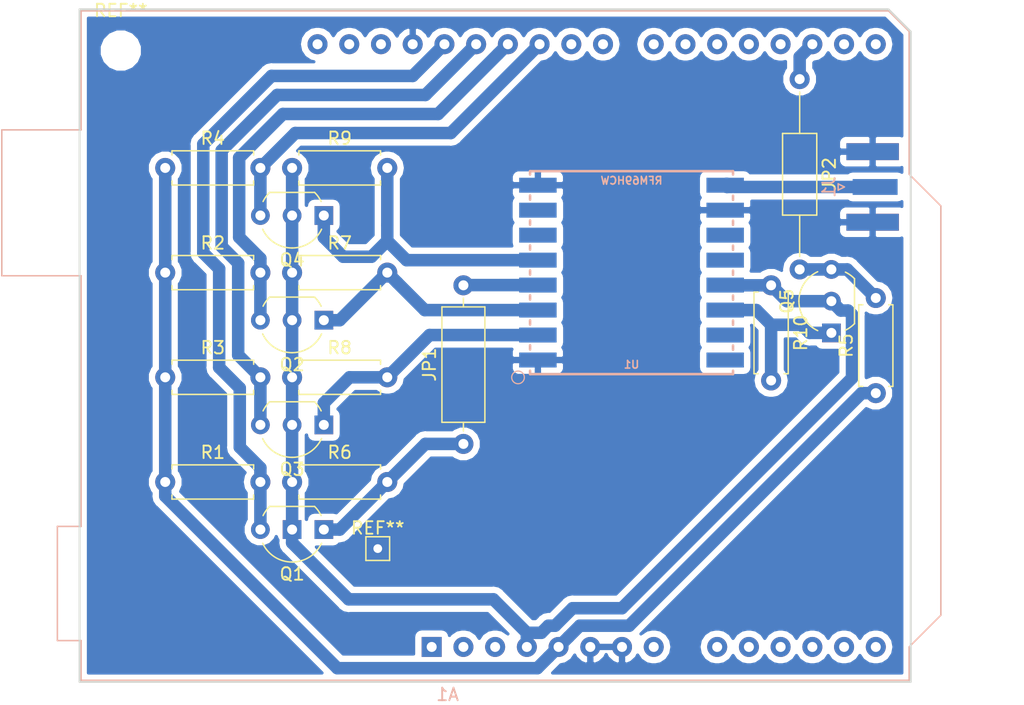
<source format=kicad_pcb>
(kicad_pcb (version 20171130) (host pcbnew 5.0.2+dfsg1-1)

  (general
    (thickness 1.6)
    (drawings 6)
    (tracks 109)
    (zones 0)
    (modules 22)
    (nets 45)
  )

  (page A4)
  (layers
    (0 F.Cu signal)
    (31 B.Cu signal)
    (32 B.Adhes user)
    (33 F.Adhes user)
    (34 B.Paste user)
    (35 F.Paste user)
    (36 B.SilkS user)
    (37 F.SilkS user)
    (38 B.Mask user)
    (39 F.Mask user)
    (40 Dwgs.User user)
    (41 Cmts.User user)
    (42 Eco1.User user)
    (43 Eco2.User user)
    (44 Edge.Cuts user)
    (45 Margin user)
    (46 B.CrtYd user)
    (47 F.CrtYd user)
    (48 B.Fab user)
    (49 F.Fab user)
  )

  (setup
    (last_trace_width 1)
    (trace_clearance 0.4)
    (zone_clearance 0.508)
    (zone_45_only no)
    (trace_min 0.2)
    (segment_width 0.2)
    (edge_width 0.15)
    (via_size 0.8)
    (via_drill 0.4)
    (via_min_size 0.4)
    (via_min_drill 0.3)
    (uvia_size 0.3)
    (uvia_drill 0.1)
    (uvias_allowed no)
    (uvia_min_size 0.2)
    (uvia_min_drill 0.1)
    (pcb_text_width 0.3)
    (pcb_text_size 1.5 1.5)
    (mod_edge_width 0.15)
    (mod_text_size 1 1)
    (mod_text_width 0.15)
    (pad_size 2 2)
    (pad_drill 1)
    (pad_to_mask_clearance 0.051)
    (solder_mask_min_width 0.25)
    (aux_axis_origin 71.374 23.622)
    (grid_origin 71.374 23.622)
    (visible_elements FFFFFF7F)
    (pcbplotparams
      (layerselection 0x01000_fffffffe)
      (usegerberextensions true)
      (usegerberattributes false)
      (usegerberadvancedattributes false)
      (creategerberjobfile false)
      (excludeedgelayer true)
      (linewidth 0.100000)
      (plotframeref false)
      (viasonmask false)
      (mode 1)
      (useauxorigin true)
      (hpglpennumber 1)
      (hpglpenspeed 20)
      (hpglpendiameter 15.000000)
      (psnegative false)
      (psa4output false)
      (plotreference true)
      (plotvalue true)
      (plotinvisibletext false)
      (padsonsilk false)
      (subtractmaskfromsilk false)
      (outputformat 1)
      (mirror false)
      (drillshape 0)
      (scaleselection 1)
      (outputdirectory "gerber/"))
  )

  (net 0 "")
  (net 1 "Net-(A1-Pad32)")
  (net 2 "Net-(A1-Pad31)")
  (net 3 "Net-(A1-Pad1)")
  (net 4 RF_INT)
  (net 5 "Net-(A1-Pad2)")
  (net 6 "Net-(A1-Pad18)")
  (net 7 "Net-(A1-Pad3)")
  (net 8 3V3)
  (net 9 5V)
  (net 10 GND)
  (net 11 "Net-(A1-Pad8)")
  (net 12 "Net-(A1-Pad24)")
  (net 13 RF_NSS)
  (net 14 "Net-(A1-Pad10)")
  (net 15 RF_MOSI)
  (net 16 "Net-(A1-Pad11)")
  (net 17 RF_MISO)
  (net 18 "Net-(A1-Pad12)")
  (net 19 RF_SCK)
  (net 20 "Net-(A1-Pad13)")
  (net 21 "Net-(A1-Pad14)")
  (net 22 "Net-(A1-Pad30)")
  (net 23 "Net-(A1-Pad15)")
  (net 24 "Net-(A1-Pad16)")
  (net 25 "Net-(J1-Pad1)")
  (net 26 "Net-(Q2-Pad1)")
  (net 27 "Net-(Q3-Pad1)")
  (net 28 "Net-(Q4-Pad1)")
  (net 29 "Net-(Q5-Pad1)")
  (net 30 "Net-(U1-Pad6)")
  (net 31 "Net-(U1-Pad7)")
  (net 32 "Net-(U1-Pad11)")
  (net 33 "Net-(U1-Pad12)")
  (net 34 "Net-(U1-Pad15)")
  (net 35 "Net-(U1-Pad16)")
  (net 36 "Net-(A1-Pad23)")
  (net 37 "Net-(A1-Pad19)")
  (net 38 "Net-(A1-Pad20)")
  (net 39 "Net-(A1-Pad21)")
  (net 40 "Net-(A1-Pad22)")
  (net 41 "Net-(A1-Pad9)")
  (net 42 "Net-(JP1-Pad1)")
  (net 43 "Net-(JP1-Pad2)")
  (net 44 "Net-(JP2-Pad2)")

  (net_class Default "Ceci est la Netclass par défaut."
    (clearance 0.4)
    (trace_width 1)
    (via_dia 0.8)
    (via_drill 0.4)
    (uvia_dia 0.3)
    (uvia_drill 0.1)
    (add_net 3V3)
    (add_net 5V)
    (add_net GND)
    (add_net "Net-(A1-Pad1)")
    (add_net "Net-(A1-Pad10)")
    (add_net "Net-(A1-Pad11)")
    (add_net "Net-(A1-Pad12)")
    (add_net "Net-(A1-Pad13)")
    (add_net "Net-(A1-Pad14)")
    (add_net "Net-(A1-Pad15)")
    (add_net "Net-(A1-Pad16)")
    (add_net "Net-(A1-Pad18)")
    (add_net "Net-(A1-Pad19)")
    (add_net "Net-(A1-Pad2)")
    (add_net "Net-(A1-Pad20)")
    (add_net "Net-(A1-Pad21)")
    (add_net "Net-(A1-Pad22)")
    (add_net "Net-(A1-Pad23)")
    (add_net "Net-(A1-Pad24)")
    (add_net "Net-(A1-Pad3)")
    (add_net "Net-(A1-Pad30)")
    (add_net "Net-(A1-Pad31)")
    (add_net "Net-(A1-Pad32)")
    (add_net "Net-(A1-Pad8)")
    (add_net "Net-(A1-Pad9)")
    (add_net "Net-(J1-Pad1)")
    (add_net "Net-(JP1-Pad1)")
    (add_net "Net-(JP1-Pad2)")
    (add_net "Net-(JP2-Pad2)")
    (add_net "Net-(Q2-Pad1)")
    (add_net "Net-(Q3-Pad1)")
    (add_net "Net-(Q4-Pad1)")
    (add_net "Net-(Q5-Pad1)")
    (add_net "Net-(U1-Pad11)")
    (add_net "Net-(U1-Pad12)")
    (add_net "Net-(U1-Pad15)")
    (add_net "Net-(U1-Pad16)")
    (add_net "Net-(U1-Pad6)")
    (add_net "Net-(U1-Pad7)")
    (add_net RF_INT)
    (add_net RF_MISO)
    (add_net RF_MOSI)
    (add_net RF_NSS)
    (add_net RF_SCK)
  )

  (net_class "RF strip" ""
    (clearance 0.4)
    (trace_width 1.5)
    (via_dia 0.8)
    (via_drill 0.4)
    (uvia_dia 0.3)
    (uvia_drill 0.1)
  )

  (module Module:Arduino_UNO_R3 (layer B.Cu) (tedit 58AB60FC) (tstamp 5DEA1804)
    (at 96.266 71.374)
    (descr "Arduino UNO R3, http://www.mouser.com/pdfdocs/Gravitech_Arduino_Nano3_0.pdf")
    (tags "Arduino UNO R3")
    (path /5DD6F365)
    (fp_text reference A1 (at 1.27 3.81 -180) (layer B.SilkS)
      (effects (font (size 1 1) (thickness 0.15)) (justify mirror))
    )
    (fp_text value Arduino_UNO_R3 (at 0 -22.86) (layer B.Fab)
      (effects (font (size 1 1) (thickness 0.15)) (justify mirror))
    )
    (fp_text user %R (at 0 -20.32 -180) (layer B.Fab)
      (effects (font (size 1 1) (thickness 0.15)) (justify mirror))
    )
    (fp_line (start 38.35 2.79) (end 38.35 0) (layer B.CrtYd) (width 0.05))
    (fp_line (start 38.35 0) (end 40.89 -2.54) (layer B.CrtYd) (width 0.05))
    (fp_line (start 40.89 -2.54) (end 40.89 -35.31) (layer B.CrtYd) (width 0.05))
    (fp_line (start 40.89 -35.31) (end 38.35 -37.85) (layer B.CrtYd) (width 0.05))
    (fp_line (start 38.35 -37.85) (end 38.35 -49.28) (layer B.CrtYd) (width 0.05))
    (fp_line (start 38.35 -49.28) (end 36.58 -51.05) (layer B.CrtYd) (width 0.05))
    (fp_line (start 36.58 -51.05) (end -28.19 -51.05) (layer B.CrtYd) (width 0.05))
    (fp_line (start -28.19 -51.05) (end -28.19 -41.53) (layer B.CrtYd) (width 0.05))
    (fp_line (start -28.19 -41.53) (end -34.54 -41.53) (layer B.CrtYd) (width 0.05))
    (fp_line (start -34.54 -41.53) (end -34.54 -29.59) (layer B.CrtYd) (width 0.05))
    (fp_line (start -34.54 -29.59) (end -28.19 -29.59) (layer B.CrtYd) (width 0.05))
    (fp_line (start -28.19 -29.59) (end -28.19 -9.78) (layer B.CrtYd) (width 0.05))
    (fp_line (start -28.19 -9.78) (end -30.1 -9.78) (layer B.CrtYd) (width 0.05))
    (fp_line (start -30.1 -9.78) (end -30.1 -0.38) (layer B.CrtYd) (width 0.05))
    (fp_line (start -30.1 -0.38) (end -28.19 -0.38) (layer B.CrtYd) (width 0.05))
    (fp_line (start -28.19 -0.38) (end -28.19 2.79) (layer B.CrtYd) (width 0.05))
    (fp_line (start -28.19 2.79) (end 38.35 2.79) (layer B.CrtYd) (width 0.05))
    (fp_line (start 40.77 -35.31) (end 40.77 -2.54) (layer B.SilkS) (width 0.12))
    (fp_line (start 40.77 -2.54) (end 38.23 0) (layer B.SilkS) (width 0.12))
    (fp_line (start 38.23 0) (end 38.23 2.67) (layer B.SilkS) (width 0.12))
    (fp_line (start 38.23 2.67) (end -28.07 2.67) (layer B.SilkS) (width 0.12))
    (fp_line (start -28.07 2.67) (end -28.07 -0.51) (layer B.SilkS) (width 0.12))
    (fp_line (start -28.07 -0.51) (end -29.97 -0.51) (layer B.SilkS) (width 0.12))
    (fp_line (start -29.97 -0.51) (end -29.97 -9.65) (layer B.SilkS) (width 0.12))
    (fp_line (start -29.97 -9.65) (end -28.07 -9.65) (layer B.SilkS) (width 0.12))
    (fp_line (start -28.07 -9.65) (end -28.07 -29.72) (layer B.SilkS) (width 0.12))
    (fp_line (start -28.07 -29.72) (end -34.42 -29.72) (layer B.SilkS) (width 0.12))
    (fp_line (start -34.42 -29.72) (end -34.42 -41.4) (layer B.SilkS) (width 0.12))
    (fp_line (start -34.42 -41.4) (end -28.07 -41.4) (layer B.SilkS) (width 0.12))
    (fp_line (start -28.07 -41.4) (end -28.07 -50.93) (layer B.SilkS) (width 0.12))
    (fp_line (start -28.07 -50.93) (end 36.58 -50.93) (layer B.SilkS) (width 0.12))
    (fp_line (start 36.58 -50.93) (end 38.23 -49.28) (layer B.SilkS) (width 0.12))
    (fp_line (start 38.23 -49.28) (end 38.23 -37.85) (layer B.SilkS) (width 0.12))
    (fp_line (start 38.23 -37.85) (end 40.77 -35.31) (layer B.SilkS) (width 0.12))
    (fp_line (start -34.29 -29.84) (end -18.41 -29.84) (layer B.Fab) (width 0.1))
    (fp_line (start -18.41 -29.84) (end -18.41 -41.27) (layer B.Fab) (width 0.1))
    (fp_line (start -18.41 -41.27) (end -34.29 -41.27) (layer B.Fab) (width 0.1))
    (fp_line (start -34.29 -41.27) (end -34.29 -29.84) (layer B.Fab) (width 0.1))
    (fp_line (start -29.84 -0.64) (end -16.51 -0.64) (layer B.Fab) (width 0.1))
    (fp_line (start -16.51 -0.64) (end -16.51 -9.53) (layer B.Fab) (width 0.1))
    (fp_line (start -16.51 -9.53) (end -29.84 -9.53) (layer B.Fab) (width 0.1))
    (fp_line (start -29.84 -9.53) (end -29.84 -0.64) (layer B.Fab) (width 0.1))
    (fp_line (start 38.1 -37.85) (end 38.1 -49.28) (layer B.Fab) (width 0.1))
    (fp_line (start 40.64 -2.54) (end 40.64 -35.31) (layer B.Fab) (width 0.1))
    (fp_line (start 40.64 -35.31) (end 38.1 -37.85) (layer B.Fab) (width 0.1))
    (fp_line (start 38.1 2.54) (end 38.1 0) (layer B.Fab) (width 0.1))
    (fp_line (start 38.1 0) (end 40.64 -2.54) (layer B.Fab) (width 0.1))
    (fp_line (start 38.1 -49.28) (end 36.58 -50.8) (layer B.Fab) (width 0.1))
    (fp_line (start 36.58 -50.8) (end -27.94 -50.8) (layer B.Fab) (width 0.1))
    (fp_line (start -27.94 -50.8) (end -27.94 2.54) (layer B.Fab) (width 0.1))
    (fp_line (start -27.94 2.54) (end 38.1 2.54) (layer B.Fab) (width 0.1))
    (pad 32 thru_hole oval (at -9.14 -48.26 270) (size 1.6 1.6) (drill 0.8) (layers *.Cu *.Mask)
      (net 1 "Net-(A1-Pad32)"))
    (pad 31 thru_hole oval (at -6.6 -48.26 270) (size 1.6 1.6) (drill 0.8) (layers *.Cu *.Mask)
      (net 2 "Net-(A1-Pad31)"))
    (pad 1 thru_hole rect (at 0 0 270) (size 1.6 1.6) (drill 0.8) (layers *.Cu *.Mask)
      (net 3 "Net-(A1-Pad1)"))
    (pad 17 thru_hole oval (at 30.48 -48.26 270) (size 1.6 1.6) (drill 0.8) (layers *.Cu *.Mask)
      (net 4 RF_INT))
    (pad 2 thru_hole oval (at 2.54 0 270) (size 1.6 1.6) (drill 0.8) (layers *.Cu *.Mask)
      (net 5 "Net-(A1-Pad2)"))
    (pad 18 thru_hole oval (at 27.94 -48.26 270) (size 1.6 1.6) (drill 0.8) (layers *.Cu *.Mask)
      (net 6 "Net-(A1-Pad18)"))
    (pad 3 thru_hole oval (at 5.08 0 270) (size 1.6 1.6) (drill 0.8) (layers *.Cu *.Mask)
      (net 7 "Net-(A1-Pad3)"))
    (pad 19 thru_hole oval (at 25.4 -48.26 270) (size 1.6 1.6) (drill 0.8) (layers *.Cu *.Mask)
      (net 37 "Net-(A1-Pad19)"))
    (pad 4 thru_hole oval (at 7.62 0 270) (size 1.6 1.6) (drill 0.8) (layers *.Cu *.Mask)
      (net 8 3V3))
    (pad 20 thru_hole oval (at 22.86 -48.26 270) (size 1.6 1.6) (drill 0.8) (layers *.Cu *.Mask)
      (net 38 "Net-(A1-Pad20)"))
    (pad 5 thru_hole oval (at 10.16 0 270) (size 1.6 1.6) (drill 0.8) (layers *.Cu *.Mask)
      (net 9 5V))
    (pad 21 thru_hole oval (at 20.32 -48.26 270) (size 1.6 1.6) (drill 0.8) (layers *.Cu *.Mask)
      (net 39 "Net-(A1-Pad21)"))
    (pad 6 thru_hole oval (at 12.7 0 270) (size 1.6 1.6) (drill 0.8) (layers *.Cu *.Mask)
      (net 10 GND))
    (pad 22 thru_hole oval (at 17.78 -48.26 270) (size 1.6 1.6) (drill 0.8) (layers *.Cu *.Mask)
      (net 40 "Net-(A1-Pad22)"))
    (pad 7 thru_hole oval (at 15.24 0 270) (size 1.6 1.6) (drill 0.8) (layers *.Cu *.Mask)
      (net 10 GND))
    (pad 23 thru_hole oval (at 13.72 -48.26 270) (size 1.6 1.6) (drill 0.8) (layers *.Cu *.Mask)
      (net 36 "Net-(A1-Pad23)"))
    (pad 8 thru_hole oval (at 17.78 0 270) (size 1.6 1.6) (drill 0.8) (layers *.Cu *.Mask)
      (net 11 "Net-(A1-Pad8)"))
    (pad 24 thru_hole oval (at 11.18 -48.26 270) (size 1.6 1.6) (drill 0.8) (layers *.Cu *.Mask)
      (net 12 "Net-(A1-Pad24)"))
    (pad 9 thru_hole oval (at 22.86 0 270) (size 1.6 1.6) (drill 0.8) (layers *.Cu *.Mask)
      (net 41 "Net-(A1-Pad9)"))
    (pad 25 thru_hole oval (at 8.64 -48.26 270) (size 1.6 1.6) (drill 0.8) (layers *.Cu *.Mask)
      (net 13 RF_NSS))
    (pad 10 thru_hole oval (at 25.4 0 270) (size 1.6 1.6) (drill 0.8) (layers *.Cu *.Mask)
      (net 14 "Net-(A1-Pad10)"))
    (pad 26 thru_hole oval (at 6.1 -48.26 270) (size 1.6 1.6) (drill 0.8) (layers *.Cu *.Mask)
      (net 15 RF_MOSI))
    (pad 11 thru_hole oval (at 27.94 0 270) (size 1.6 1.6) (drill 0.8) (layers *.Cu *.Mask)
      (net 16 "Net-(A1-Pad11)"))
    (pad 27 thru_hole oval (at 3.56 -48.26 270) (size 1.6 1.6) (drill 0.8) (layers *.Cu *.Mask)
      (net 17 RF_MISO))
    (pad 12 thru_hole oval (at 30.48 0 270) (size 1.6 1.6) (drill 0.8) (layers *.Cu *.Mask)
      (net 18 "Net-(A1-Pad12)"))
    (pad 28 thru_hole oval (at 1.02 -48.26 270) (size 1.6 1.6) (drill 0.8) (layers *.Cu *.Mask)
      (net 19 RF_SCK))
    (pad 13 thru_hole oval (at 33.02 0 270) (size 1.6 1.6) (drill 0.8) (layers *.Cu *.Mask)
      (net 20 "Net-(A1-Pad13)"))
    (pad 29 thru_hole oval (at -1.52 -48.26 270) (size 1.6 1.6) (drill 0.8) (layers *.Cu *.Mask)
      (net 10 GND))
    (pad 14 thru_hole oval (at 35.56 0 270) (size 1.6 1.6) (drill 0.8) (layers *.Cu *.Mask)
      (net 21 "Net-(A1-Pad14)"))
    (pad 30 thru_hole oval (at -4.06 -48.26 270) (size 1.6 1.6) (drill 0.8) (layers *.Cu *.Mask)
      (net 22 "Net-(A1-Pad30)"))
    (pad 15 thru_hole oval (at 35.56 -48.26 270) (size 1.6 1.6) (drill 0.8) (layers *.Cu *.Mask)
      (net 23 "Net-(A1-Pad15)"))
    (pad 16 thru_hole oval (at 33.02 -48.26 270) (size 1.6 1.6) (drill 0.8) (layers *.Cu *.Mask)
      (net 24 "Net-(A1-Pad16)"))
    (model ${KISYS3DMOD}/Module.3dshapes/Arduino_UNO_R3.wrl
      (at (xyz 0 0 0))
      (scale (xyz 1 1 1))
      (rotate (xyz 0 0 0))
    )
  )

  (module Connector_Coaxial:SMA_Samtec_SMA-J-P-H-ST-EM1_EdgeMount (layer B.Cu) (tedit 5BA382C0) (tstamp 5DEA182D)
    (at 131.572 34.544)
    (descr http://suddendocs.samtec.com/prints/sma-j-p-x-st-em1-mkt.pdf)
    (tags SMA)
    (path /5DD6FAE2)
    (attr smd)
    (fp_text reference J1 (at -3.5 0 -90) (layer B.SilkS)
      (effects (font (size 1 1) (thickness 0.15)) (justify mirror))
    )
    (fp_text value Conn_Coaxial (at 5 -5.9) (layer B.Fab)
      (effects (font (size 1 1) (thickness 0.15)) (justify mirror))
    )
    (fp_line (start -2.76 -0.25) (end -2.26 0) (layer B.SilkS) (width 0.12))
    (fp_line (start -2.76 0.25) (end -2.76 -0.25) (layer B.SilkS) (width 0.12))
    (fp_line (start -2.26 0) (end -2.76 0.25) (layer B.SilkS) (width 0.12))
    (fp_line (start 3.1 0) (end 2.1 -0.75) (layer B.Fab) (width 0.1))
    (fp_line (start 2.1 0.75) (end 3.1 0) (layer B.Fab) (width 0.1))
    (fp_text user %R (at 4.79 0 -270) (layer B.Fab)
      (effects (font (size 1 1) (thickness 0.15)) (justify mirror))
    )
    (fp_line (start 3 4) (end -2.6 4) (layer B.CrtYd) (width 0.05))
    (fp_line (start 12.12 4.5) (end 12.12 -4.5) (layer B.CrtYd) (width 0.05))
    (fp_line (start 3 -4) (end -2.6 -4) (layer B.CrtYd) (width 0.05))
    (fp_line (start -2.6 -4) (end -2.6 4) (layer B.CrtYd) (width 0.05))
    (fp_line (start 3 4) (end -2.6 4) (layer F.CrtYd) (width 0.05))
    (fp_line (start 12.12 4.5) (end 12.12 -4.5) (layer F.CrtYd) (width 0.05))
    (fp_line (start 3 -4) (end -2.6 -4) (layer F.CrtYd) (width 0.05))
    (fp_line (start -2.6 -4) (end -2.6 4) (layer F.CrtYd) (width 0.05))
    (fp_line (start 11.62 3.165) (end 11.62 -3.165) (layer B.Fab) (width 0.1))
    (fp_line (start -1.71 3.175) (end 11.62 3.175) (layer B.Fab) (width 0.1))
    (fp_line (start -1.71 3.175) (end -1.71 2.365) (layer B.Fab) (width 0.1))
    (fp_line (start -1.71 2.365) (end 2.1 2.365) (layer B.Fab) (width 0.1))
    (fp_line (start 2.1 2.365) (end 2.1 -2.365) (layer B.Fab) (width 0.1))
    (fp_line (start 2.1 -2.365) (end -1.71 -2.365) (layer B.Fab) (width 0.1))
    (fp_line (start -1.71 -2.365) (end -1.71 -3.175) (layer B.Fab) (width 0.1))
    (fp_line (start -1.71 -3.175) (end 11.62 -3.175) (layer B.Fab) (width 0.1))
    (fp_line (start 12.12 -4.5) (end 3 -4.5) (layer B.CrtYd) (width 0.05))
    (fp_line (start 3 -4.5) (end 3 -4) (layer B.CrtYd) (width 0.05))
    (fp_line (start 12.12 4.5) (end 3 4.5) (layer B.CrtYd) (width 0.05))
    (fp_line (start 3 4.5) (end 3 4) (layer B.CrtYd) (width 0.05))
    (fp_line (start 12.12 4.5) (end 3 4.5) (layer F.CrtYd) (width 0.05))
    (fp_line (start 3 4.5) (end 3 4) (layer F.CrtYd) (width 0.05))
    (fp_line (start 12.12 -4.5) (end 3 -4.5) (layer F.CrtYd) (width 0.05))
    (fp_line (start 3 -4.5) (end 3 -4) (layer F.CrtYd) (width 0.05))
    (fp_line (start 2.1 3.5) (end 2.1 -3.5) (layer Dwgs.User) (width 0.1))
    (fp_text user "PCB Edge" (at 2.6 0 -90) (layer Dwgs.User)
      (effects (font (size 0.5 0.5) (thickness 0.1)))
    )
    (pad 2 smd rect (at 0 -2.825 270) (size 1.35 4.2) (layers F.Cu F.Paste F.Mask)
      (net 10 GND))
    (pad 2 smd rect (at 0 2.825 270) (size 1.35 4.2) (layers F.Cu F.Paste F.Mask)
      (net 10 GND))
    (pad 2 smd rect (at 0 -2.825 270) (size 1.35 4.2) (layers B.Cu B.Paste B.Mask)
      (net 10 GND))
    (pad 2 smd rect (at 0 2.825 270) (size 1.35 4.2) (layers B.Cu B.Paste B.Mask)
      (net 10 GND))
    (pad 1 smd rect (at 0.2 0 270) (size 1.27 3.6) (layers B.Cu B.Paste B.Mask)
      (net 25 "Net-(J1-Pad1)"))
    (model ${KISYS3DMOD}/Connector_Coaxial.3dshapes/SMA_Samtec_SMA-J-P-H-ST-EM1_EdgeMount.wrl
      (at (xyz 0 0 0))
      (scale (xyz 1 1 1))
      (rotate (xyz 0 0 0))
    )
  )

  (module Package_TO_SOT_THT:TO-92_Inline_Wide (layer F.Cu) (tedit 5A02FF81) (tstamp 5DEA1841)
    (at 87.63 61.976 180)
    (descr "TO-92 leads in-line, wide, drill 0.75mm (see NXP sot054_po.pdf)")
    (tags "to-92 sc-43 sc-43a sot54 PA33 transistor")
    (path /5DD6FF0D)
    (fp_text reference Q1 (at 2.54 -3.56 180) (layer F.SilkS)
      (effects (font (size 1 1) (thickness 0.15)))
    )
    (fp_text value 2N7000 (at 2.54 2.79 180) (layer F.Fab)
      (effects (font (size 1 1) (thickness 0.15)))
    )
    (fp_text user %R (at 2.54 -3.56 180) (layer F.Fab)
      (effects (font (size 1 1) (thickness 0.15)))
    )
    (fp_line (start 0.74 1.85) (end 4.34 1.85) (layer F.SilkS) (width 0.12))
    (fp_line (start 0.8 1.75) (end 4.3 1.75) (layer F.Fab) (width 0.1))
    (fp_line (start -1.01 -2.73) (end 6.09 -2.73) (layer F.CrtYd) (width 0.05))
    (fp_line (start -1.01 -2.73) (end -1.01 2.01) (layer F.CrtYd) (width 0.05))
    (fp_line (start 6.09 2.01) (end 6.09 -2.73) (layer F.CrtYd) (width 0.05))
    (fp_line (start 6.09 2.01) (end -1.01 2.01) (layer F.CrtYd) (width 0.05))
    (fp_arc (start 2.54 0) (end 0.74 1.85) (angle 20) (layer F.SilkS) (width 0.12))
    (fp_arc (start 2.54 0) (end 2.54 -2.6) (angle -65) (layer F.SilkS) (width 0.12))
    (fp_arc (start 2.54 0) (end 2.54 -2.6) (angle 65) (layer F.SilkS) (width 0.12))
    (fp_arc (start 2.54 0) (end 2.54 -2.48) (angle 135) (layer F.Fab) (width 0.1))
    (fp_arc (start 2.54 0) (end 2.54 -2.48) (angle -135) (layer F.Fab) (width 0.1))
    (fp_arc (start 2.54 0) (end 4.34 1.85) (angle -20) (layer F.SilkS) (width 0.12))
    (pad 2 thru_hole rect (at 2.54 0 270) (size 1.5 1.5) (drill 0.8) (layers *.Cu *.Mask)
      (net 8 3V3))
    (pad 3 thru_hole circle (at 5.08 0 270) (size 1.5 1.5) (drill 0.8) (layers *.Cu *.Mask)
      (net 19 RF_SCK))
    (pad 1 thru_hole rect (at 0 0 270) (size 1.5 1.5) (drill 0.8) (layers *.Cu *.Mask)
      (net 42 "Net-(JP1-Pad1)"))
    (model ${KISYS3DMOD}/Package_TO_SOT_THT.3dshapes/TO-92_Inline_Wide.wrl
      (at (xyz 0 0 0))
      (scale (xyz 1 1 1))
      (rotate (xyz 0 0 0))
    )
  )

  (module Package_TO_SOT_THT:TO-92_Inline_Wide (layer F.Cu) (tedit 5A02FF81) (tstamp 5DEA1855)
    (at 87.63 45.212 180)
    (descr "TO-92 leads in-line, wide, drill 0.75mm (see NXP sot054_po.pdf)")
    (tags "to-92 sc-43 sc-43a sot54 PA33 transistor")
    (path /5DD7361D)
    (fp_text reference Q2 (at 2.54 -3.56 180) (layer F.SilkS)
      (effects (font (size 1 1) (thickness 0.15)))
    )
    (fp_text value 2N7000 (at 2.54 2.79 180) (layer F.Fab)
      (effects (font (size 1 1) (thickness 0.15)))
    )
    (fp_arc (start 2.54 0) (end 4.34 1.85) (angle -20) (layer F.SilkS) (width 0.12))
    (fp_arc (start 2.54 0) (end 2.54 -2.48) (angle -135) (layer F.Fab) (width 0.1))
    (fp_arc (start 2.54 0) (end 2.54 -2.48) (angle 135) (layer F.Fab) (width 0.1))
    (fp_arc (start 2.54 0) (end 2.54 -2.6) (angle 65) (layer F.SilkS) (width 0.12))
    (fp_arc (start 2.54 0) (end 2.54 -2.6) (angle -65) (layer F.SilkS) (width 0.12))
    (fp_arc (start 2.54 0) (end 0.74 1.85) (angle 20) (layer F.SilkS) (width 0.12))
    (fp_line (start 6.09 2.01) (end -1.01 2.01) (layer F.CrtYd) (width 0.05))
    (fp_line (start 6.09 2.01) (end 6.09 -2.73) (layer F.CrtYd) (width 0.05))
    (fp_line (start -1.01 -2.73) (end -1.01 2.01) (layer F.CrtYd) (width 0.05))
    (fp_line (start -1.01 -2.73) (end 6.09 -2.73) (layer F.CrtYd) (width 0.05))
    (fp_line (start 0.8 1.75) (end 4.3 1.75) (layer F.Fab) (width 0.1))
    (fp_line (start 0.74 1.85) (end 4.34 1.85) (layer F.SilkS) (width 0.12))
    (fp_text user %R (at 2.54 -3.56 180) (layer F.Fab)
      (effects (font (size 1 1) (thickness 0.15)))
    )
    (pad 1 thru_hole rect (at 0 0 270) (size 1.5 1.5) (drill 0.8) (layers *.Cu *.Mask)
      (net 26 "Net-(Q2-Pad1)"))
    (pad 3 thru_hole circle (at 5.08 0 270) (size 1.5 1.5) (drill 0.8) (layers *.Cu *.Mask)
      (net 15 RF_MOSI))
    (pad 2 thru_hole circle (at 2.54 0 270) (size 1.5 1.5) (drill 0.8) (layers *.Cu *.Mask)
      (net 8 3V3))
    (model ${KISYS3DMOD}/Package_TO_SOT_THT.3dshapes/TO-92_Inline_Wide.wrl
      (at (xyz 0 0 0))
      (scale (xyz 1 1 1))
      (rotate (xyz 0 0 0))
    )
  )

  (module Package_TO_SOT_THT:TO-92_Inline_Wide (layer F.Cu) (tedit 5A02FF81) (tstamp 5DEA1869)
    (at 87.63 53.594 180)
    (descr "TO-92 leads in-line, wide, drill 0.75mm (see NXP sot054_po.pdf)")
    (tags "to-92 sc-43 sc-43a sot54 PA33 transistor")
    (path /5DD75F61)
    (fp_text reference Q3 (at 2.54 -3.56 180) (layer F.SilkS)
      (effects (font (size 1 1) (thickness 0.15)))
    )
    (fp_text value 2N7000 (at 2.54 2.79 180) (layer F.Fab)
      (effects (font (size 1 1) (thickness 0.15)))
    )
    (fp_arc (start 2.54 0) (end 4.34 1.85) (angle -20) (layer F.SilkS) (width 0.12))
    (fp_arc (start 2.54 0) (end 2.54 -2.48) (angle -135) (layer F.Fab) (width 0.1))
    (fp_arc (start 2.54 0) (end 2.54 -2.48) (angle 135) (layer F.Fab) (width 0.1))
    (fp_arc (start 2.54 0) (end 2.54 -2.6) (angle 65) (layer F.SilkS) (width 0.12))
    (fp_arc (start 2.54 0) (end 2.54 -2.6) (angle -65) (layer F.SilkS) (width 0.12))
    (fp_arc (start 2.54 0) (end 0.74 1.85) (angle 20) (layer F.SilkS) (width 0.12))
    (fp_line (start 6.09 2.01) (end -1.01 2.01) (layer F.CrtYd) (width 0.05))
    (fp_line (start 6.09 2.01) (end 6.09 -2.73) (layer F.CrtYd) (width 0.05))
    (fp_line (start -1.01 -2.73) (end -1.01 2.01) (layer F.CrtYd) (width 0.05))
    (fp_line (start -1.01 -2.73) (end 6.09 -2.73) (layer F.CrtYd) (width 0.05))
    (fp_line (start 0.8 1.75) (end 4.3 1.75) (layer F.Fab) (width 0.1))
    (fp_line (start 0.74 1.85) (end 4.34 1.85) (layer F.SilkS) (width 0.12))
    (fp_text user %R (at 2.54 -3.56 180) (layer F.Fab)
      (effects (font (size 1 1) (thickness 0.15)))
    )
    (pad 1 thru_hole rect (at 0 0 270) (size 1.5 1.5) (drill 0.8) (layers *.Cu *.Mask)
      (net 27 "Net-(Q3-Pad1)"))
    (pad 3 thru_hole circle (at 5.08 0 270) (size 1.5 1.5) (drill 0.8) (layers *.Cu *.Mask)
      (net 17 RF_MISO))
    (pad 2 thru_hole circle (at 2.54 0 270) (size 1.5 1.5) (drill 0.8) (layers *.Cu *.Mask)
      (net 8 3V3))
    (model ${KISYS3DMOD}/Package_TO_SOT_THT.3dshapes/TO-92_Inline_Wide.wrl
      (at (xyz 0 0 0))
      (scale (xyz 1 1 1))
      (rotate (xyz 0 0 0))
    )
  )

  (module Package_TO_SOT_THT:TO-92_Inline_Wide (layer F.Cu) (tedit 5A02FF81) (tstamp 5DEA187D)
    (at 87.63 36.83 180)
    (descr "TO-92 leads in-line, wide, drill 0.75mm (see NXP sot054_po.pdf)")
    (tags "to-92 sc-43 sc-43a sot54 PA33 transistor")
    (path /5DD7D99B)
    (fp_text reference Q4 (at 2.54 -3.56 180) (layer F.SilkS)
      (effects (font (size 1 1) (thickness 0.15)))
    )
    (fp_text value 2N7000 (at 2.54 2.79 180) (layer F.Fab)
      (effects (font (size 1 1) (thickness 0.15)))
    )
    (fp_text user %R (at 2.54 -3.56 180) (layer F.Fab)
      (effects (font (size 1 1) (thickness 0.15)))
    )
    (fp_line (start 0.74 1.85) (end 4.34 1.85) (layer F.SilkS) (width 0.12))
    (fp_line (start 0.8 1.75) (end 4.3 1.75) (layer F.Fab) (width 0.1))
    (fp_line (start -1.01 -2.73) (end 6.09 -2.73) (layer F.CrtYd) (width 0.05))
    (fp_line (start -1.01 -2.73) (end -1.01 2.01) (layer F.CrtYd) (width 0.05))
    (fp_line (start 6.09 2.01) (end 6.09 -2.73) (layer F.CrtYd) (width 0.05))
    (fp_line (start 6.09 2.01) (end -1.01 2.01) (layer F.CrtYd) (width 0.05))
    (fp_arc (start 2.54 0) (end 0.74 1.85) (angle 20) (layer F.SilkS) (width 0.12))
    (fp_arc (start 2.54 0) (end 2.54 -2.6) (angle -65) (layer F.SilkS) (width 0.12))
    (fp_arc (start 2.54 0) (end 2.54 -2.6) (angle 65) (layer F.SilkS) (width 0.12))
    (fp_arc (start 2.54 0) (end 2.54 -2.48) (angle 135) (layer F.Fab) (width 0.1))
    (fp_arc (start 2.54 0) (end 2.54 -2.48) (angle -135) (layer F.Fab) (width 0.1))
    (fp_arc (start 2.54 0) (end 4.34 1.85) (angle -20) (layer F.SilkS) (width 0.12))
    (pad 2 thru_hole circle (at 2.54 0 270) (size 1.5 1.5) (drill 0.8) (layers *.Cu *.Mask)
      (net 8 3V3))
    (pad 3 thru_hole circle (at 5.08 0 270) (size 1.5 1.5) (drill 0.8) (layers *.Cu *.Mask)
      (net 13 RF_NSS))
    (pad 1 thru_hole rect (at 0 0 270) (size 1.5 1.5) (drill 0.8) (layers *.Cu *.Mask)
      (net 28 "Net-(Q4-Pad1)"))
    (model ${KISYS3DMOD}/Package_TO_SOT_THT.3dshapes/TO-92_Inline_Wide.wrl
      (at (xyz 0 0 0))
      (scale (xyz 1 1 1))
      (rotate (xyz 0 0 0))
    )
  )

  (module Package_TO_SOT_THT:TO-92_Inline_Wide (layer F.Cu) (tedit 5A02FF81) (tstamp 5DEA1891)
    (at 128.27 46.228 90)
    (descr "TO-92 leads in-line, wide, drill 0.75mm (see NXP sot054_po.pdf)")
    (tags "to-92 sc-43 sc-43a sot54 PA33 transistor")
    (path /5DD7F05F)
    (fp_text reference Q5 (at 2.54 -3.56 90) (layer F.SilkS)
      (effects (font (size 1 1) (thickness 0.15)))
    )
    (fp_text value 2N7000 (at 2.54 2.79 90) (layer F.Fab)
      (effects (font (size 1 1) (thickness 0.15)))
    )
    (fp_text user %R (at 2.54 -3.56 90) (layer F.Fab)
      (effects (font (size 1 1) (thickness 0.15)))
    )
    (fp_line (start 0.74 1.85) (end 4.34 1.85) (layer F.SilkS) (width 0.12))
    (fp_line (start 0.8 1.75) (end 4.3 1.75) (layer F.Fab) (width 0.1))
    (fp_line (start -1.01 -2.73) (end 6.09 -2.73) (layer F.CrtYd) (width 0.05))
    (fp_line (start -1.01 -2.73) (end -1.01 2.01) (layer F.CrtYd) (width 0.05))
    (fp_line (start 6.09 2.01) (end 6.09 -2.73) (layer F.CrtYd) (width 0.05))
    (fp_line (start 6.09 2.01) (end -1.01 2.01) (layer F.CrtYd) (width 0.05))
    (fp_arc (start 2.54 0) (end 0.74 1.85) (angle 20) (layer F.SilkS) (width 0.12))
    (fp_arc (start 2.54 0) (end 2.54 -2.6) (angle -65) (layer F.SilkS) (width 0.12))
    (fp_arc (start 2.54 0) (end 2.54 -2.6) (angle 65) (layer F.SilkS) (width 0.12))
    (fp_arc (start 2.54 0) (end 2.54 -2.48) (angle 135) (layer F.Fab) (width 0.1))
    (fp_arc (start 2.54 0) (end 2.54 -2.48) (angle -135) (layer F.Fab) (width 0.1))
    (fp_arc (start 2.54 0) (end 4.34 1.85) (angle -20) (layer F.SilkS) (width 0.12))
    (pad 2 thru_hole circle (at 2.54 0 180) (size 1.5 1.5) (drill 0.8) (layers *.Cu *.Mask)
      (net 8 3V3))
    (pad 3 thru_hole circle (at 5.08 0 180) (size 1.5 1.5) (drill 0.8) (layers *.Cu *.Mask)
      (net 44 "Net-(JP2-Pad2)"))
    (pad 1 thru_hole rect (at 0 0 180) (size 1.5 1.5) (drill 0.8) (layers *.Cu *.Mask)
      (net 29 "Net-(Q5-Pad1)"))
    (model ${KISYS3DMOD}/Package_TO_SOT_THT.3dshapes/TO-92_Inline_Wide.wrl
      (at (xyz 0 0 0))
      (scale (xyz 1 1 1))
      (rotate (xyz 0 0 0))
    )
  )

  (module Resistor_THT:R_Axial_DIN0207_L6.3mm_D2.5mm_P7.62mm_Horizontal (layer F.Cu) (tedit 5AE5139B) (tstamp 5DEA28C4)
    (at 74.93 58.166)
    (descr "Resistor, Axial_DIN0207 series, Axial, Horizontal, pin pitch=7.62mm, 0.25W = 1/4W, length*diameter=6.3*2.5mm^2, http://cdn-reichelt.de/documents/datenblatt/B400/1_4W%23YAG.pdf")
    (tags "Resistor Axial_DIN0207 series Axial Horizontal pin pitch 7.62mm 0.25W = 1/4W length 6.3mm diameter 2.5mm")
    (path /5DD701BF)
    (fp_text reference R1 (at 3.81 -2.37) (layer F.SilkS)
      (effects (font (size 1 1) (thickness 0.15)))
    )
    (fp_text value 10k (at 3.81 2.37) (layer F.Fab)
      (effects (font (size 1 1) (thickness 0.15)))
    )
    (fp_text user %R (at 3.81 0) (layer F.Fab)
      (effects (font (size 1 1) (thickness 0.15)))
    )
    (fp_line (start 8.67 -1.5) (end -1.05 -1.5) (layer F.CrtYd) (width 0.05))
    (fp_line (start 8.67 1.5) (end 8.67 -1.5) (layer F.CrtYd) (width 0.05))
    (fp_line (start -1.05 1.5) (end 8.67 1.5) (layer F.CrtYd) (width 0.05))
    (fp_line (start -1.05 -1.5) (end -1.05 1.5) (layer F.CrtYd) (width 0.05))
    (fp_line (start 7.08 1.37) (end 7.08 1.04) (layer F.SilkS) (width 0.12))
    (fp_line (start 0.54 1.37) (end 7.08 1.37) (layer F.SilkS) (width 0.12))
    (fp_line (start 0.54 1.04) (end 0.54 1.37) (layer F.SilkS) (width 0.12))
    (fp_line (start 7.08 -1.37) (end 7.08 -1.04) (layer F.SilkS) (width 0.12))
    (fp_line (start 0.54 -1.37) (end 7.08 -1.37) (layer F.SilkS) (width 0.12))
    (fp_line (start 0.54 -1.04) (end 0.54 -1.37) (layer F.SilkS) (width 0.12))
    (fp_line (start 7.62 0) (end 6.96 0) (layer F.Fab) (width 0.1))
    (fp_line (start 0 0) (end 0.66 0) (layer F.Fab) (width 0.1))
    (fp_line (start 6.96 -1.25) (end 0.66 -1.25) (layer F.Fab) (width 0.1))
    (fp_line (start 6.96 1.25) (end 6.96 -1.25) (layer F.Fab) (width 0.1))
    (fp_line (start 0.66 1.25) (end 6.96 1.25) (layer F.Fab) (width 0.1))
    (fp_line (start 0.66 -1.25) (end 0.66 1.25) (layer F.Fab) (width 0.1))
    (pad 2 thru_hole oval (at 7.62 0) (size 1.6 1.6) (drill 0.8) (layers *.Cu *.Mask)
      (net 19 RF_SCK))
    (pad 1 thru_hole circle (at 0 0) (size 1.6 1.6) (drill 0.8) (layers *.Cu *.Mask)
      (net 9 5V))
    (model ${KISYS3DMOD}/Resistor_THT.3dshapes/R_Axial_DIN0207_L6.3mm_D2.5mm_P7.62mm_Horizontal.wrl
      (at (xyz 0 0 0))
      (scale (xyz 1 1 1))
      (rotate (xyz 0 0 0))
    )
  )

  (module Resistor_THT:R_Axial_DIN0207_L6.3mm_D2.5mm_P7.62mm_Horizontal (layer F.Cu) (tedit 5AE5139B) (tstamp 5DEA18BF)
    (at 74.93 41.402)
    (descr "Resistor, Axial_DIN0207 series, Axial, Horizontal, pin pitch=7.62mm, 0.25W = 1/4W, length*diameter=6.3*2.5mm^2, http://cdn-reichelt.de/documents/datenblatt/B400/1_4W%23YAG.pdf")
    (tags "Resistor Axial_DIN0207 series Axial Horizontal pin pitch 7.62mm 0.25W = 1/4W length 6.3mm diameter 2.5mm")
    (path /5DD73624)
    (fp_text reference R2 (at 3.81 -2.37) (layer F.SilkS)
      (effects (font (size 1 1) (thickness 0.15)))
    )
    (fp_text value 10k (at 3.81 2.37) (layer F.Fab)
      (effects (font (size 1 1) (thickness 0.15)))
    )
    (fp_line (start 0.66 -1.25) (end 0.66 1.25) (layer F.Fab) (width 0.1))
    (fp_line (start 0.66 1.25) (end 6.96 1.25) (layer F.Fab) (width 0.1))
    (fp_line (start 6.96 1.25) (end 6.96 -1.25) (layer F.Fab) (width 0.1))
    (fp_line (start 6.96 -1.25) (end 0.66 -1.25) (layer F.Fab) (width 0.1))
    (fp_line (start 0 0) (end 0.66 0) (layer F.Fab) (width 0.1))
    (fp_line (start 7.62 0) (end 6.96 0) (layer F.Fab) (width 0.1))
    (fp_line (start 0.54 -1.04) (end 0.54 -1.37) (layer F.SilkS) (width 0.12))
    (fp_line (start 0.54 -1.37) (end 7.08 -1.37) (layer F.SilkS) (width 0.12))
    (fp_line (start 7.08 -1.37) (end 7.08 -1.04) (layer F.SilkS) (width 0.12))
    (fp_line (start 0.54 1.04) (end 0.54 1.37) (layer F.SilkS) (width 0.12))
    (fp_line (start 0.54 1.37) (end 7.08 1.37) (layer F.SilkS) (width 0.12))
    (fp_line (start 7.08 1.37) (end 7.08 1.04) (layer F.SilkS) (width 0.12))
    (fp_line (start -1.05 -1.5) (end -1.05 1.5) (layer F.CrtYd) (width 0.05))
    (fp_line (start -1.05 1.5) (end 8.67 1.5) (layer F.CrtYd) (width 0.05))
    (fp_line (start 8.67 1.5) (end 8.67 -1.5) (layer F.CrtYd) (width 0.05))
    (fp_line (start 8.67 -1.5) (end -1.05 -1.5) (layer F.CrtYd) (width 0.05))
    (fp_text user %R (at 3.81 0) (layer F.Fab)
      (effects (font (size 1 1) (thickness 0.15)))
    )
    (pad 1 thru_hole circle (at 0 0) (size 1.6 1.6) (drill 0.8) (layers *.Cu *.Mask)
      (net 9 5V))
    (pad 2 thru_hole oval (at 7.62 0) (size 1.6 1.6) (drill 0.8) (layers *.Cu *.Mask)
      (net 15 RF_MOSI))
    (model ${KISYS3DMOD}/Resistor_THT.3dshapes/R_Axial_DIN0207_L6.3mm_D2.5mm_P7.62mm_Horizontal.wrl
      (at (xyz 0 0 0))
      (scale (xyz 1 1 1))
      (rotate (xyz 0 0 0))
    )
  )

  (module Resistor_THT:R_Axial_DIN0207_L6.3mm_D2.5mm_P7.62mm_Horizontal (layer F.Cu) (tedit 5AE5139B) (tstamp 5DEA29B3)
    (at 74.93 49.784)
    (descr "Resistor, Axial_DIN0207 series, Axial, Horizontal, pin pitch=7.62mm, 0.25W = 1/4W, length*diameter=6.3*2.5mm^2, http://cdn-reichelt.de/documents/datenblatt/B400/1_4W%23YAG.pdf")
    (tags "Resistor Axial_DIN0207 series Axial Horizontal pin pitch 7.62mm 0.25W = 1/4W length 6.3mm diameter 2.5mm")
    (path /5DD75F68)
    (fp_text reference R3 (at 3.81 -2.37) (layer F.SilkS)
      (effects (font (size 1 1) (thickness 0.15)))
    )
    (fp_text value 10k (at 3.81 2.37) (layer F.Fab)
      (effects (font (size 1 1) (thickness 0.15)))
    )
    (fp_text user %R (at 3.81 0) (layer F.Fab)
      (effects (font (size 1 1) (thickness 0.15)))
    )
    (fp_line (start 8.67 -1.5) (end -1.05 -1.5) (layer F.CrtYd) (width 0.05))
    (fp_line (start 8.67 1.5) (end 8.67 -1.5) (layer F.CrtYd) (width 0.05))
    (fp_line (start -1.05 1.5) (end 8.67 1.5) (layer F.CrtYd) (width 0.05))
    (fp_line (start -1.05 -1.5) (end -1.05 1.5) (layer F.CrtYd) (width 0.05))
    (fp_line (start 7.08 1.37) (end 7.08 1.04) (layer F.SilkS) (width 0.12))
    (fp_line (start 0.54 1.37) (end 7.08 1.37) (layer F.SilkS) (width 0.12))
    (fp_line (start 0.54 1.04) (end 0.54 1.37) (layer F.SilkS) (width 0.12))
    (fp_line (start 7.08 -1.37) (end 7.08 -1.04) (layer F.SilkS) (width 0.12))
    (fp_line (start 0.54 -1.37) (end 7.08 -1.37) (layer F.SilkS) (width 0.12))
    (fp_line (start 0.54 -1.04) (end 0.54 -1.37) (layer F.SilkS) (width 0.12))
    (fp_line (start 7.62 0) (end 6.96 0) (layer F.Fab) (width 0.1))
    (fp_line (start 0 0) (end 0.66 0) (layer F.Fab) (width 0.1))
    (fp_line (start 6.96 -1.25) (end 0.66 -1.25) (layer F.Fab) (width 0.1))
    (fp_line (start 6.96 1.25) (end 6.96 -1.25) (layer F.Fab) (width 0.1))
    (fp_line (start 0.66 1.25) (end 6.96 1.25) (layer F.Fab) (width 0.1))
    (fp_line (start 0.66 -1.25) (end 0.66 1.25) (layer F.Fab) (width 0.1))
    (pad 2 thru_hole oval (at 7.62 0) (size 1.6 1.6) (drill 0.8) (layers *.Cu *.Mask)
      (net 17 RF_MISO))
    (pad 1 thru_hole circle (at 0 0) (size 1.6 1.6) (drill 0.8) (layers *.Cu *.Mask)
      (net 9 5V))
    (model ${KISYS3DMOD}/Resistor_THT.3dshapes/R_Axial_DIN0207_L6.3mm_D2.5mm_P7.62mm_Horizontal.wrl
      (at (xyz 0 0 0))
      (scale (xyz 1 1 1))
      (rotate (xyz 0 0 0))
    )
  )

  (module Resistor_THT:R_Axial_DIN0207_L6.3mm_D2.5mm_P7.62mm_Horizontal (layer F.Cu) (tedit 5AE5139B) (tstamp 5DEA18ED)
    (at 74.93 33.02)
    (descr "Resistor, Axial_DIN0207 series, Axial, Horizontal, pin pitch=7.62mm, 0.25W = 1/4W, length*diameter=6.3*2.5mm^2, http://cdn-reichelt.de/documents/datenblatt/B400/1_4W%23YAG.pdf")
    (tags "Resistor Axial_DIN0207 series Axial Horizontal pin pitch 7.62mm 0.25W = 1/4W length 6.3mm diameter 2.5mm")
    (path /5DD7D9A2)
    (fp_text reference R4 (at 3.81 -2.37) (layer F.SilkS)
      (effects (font (size 1 1) (thickness 0.15)))
    )
    (fp_text value 10k (at 3.81 2.37) (layer F.Fab)
      (effects (font (size 1 1) (thickness 0.15)))
    )
    (fp_text user %R (at 3.81 0) (layer F.Fab)
      (effects (font (size 1 1) (thickness 0.15)))
    )
    (fp_line (start 8.67 -1.5) (end -1.05 -1.5) (layer F.CrtYd) (width 0.05))
    (fp_line (start 8.67 1.5) (end 8.67 -1.5) (layer F.CrtYd) (width 0.05))
    (fp_line (start -1.05 1.5) (end 8.67 1.5) (layer F.CrtYd) (width 0.05))
    (fp_line (start -1.05 -1.5) (end -1.05 1.5) (layer F.CrtYd) (width 0.05))
    (fp_line (start 7.08 1.37) (end 7.08 1.04) (layer F.SilkS) (width 0.12))
    (fp_line (start 0.54 1.37) (end 7.08 1.37) (layer F.SilkS) (width 0.12))
    (fp_line (start 0.54 1.04) (end 0.54 1.37) (layer F.SilkS) (width 0.12))
    (fp_line (start 7.08 -1.37) (end 7.08 -1.04) (layer F.SilkS) (width 0.12))
    (fp_line (start 0.54 -1.37) (end 7.08 -1.37) (layer F.SilkS) (width 0.12))
    (fp_line (start 0.54 -1.04) (end 0.54 -1.37) (layer F.SilkS) (width 0.12))
    (fp_line (start 7.62 0) (end 6.96 0) (layer F.Fab) (width 0.1))
    (fp_line (start 0 0) (end 0.66 0) (layer F.Fab) (width 0.1))
    (fp_line (start 6.96 -1.25) (end 0.66 -1.25) (layer F.Fab) (width 0.1))
    (fp_line (start 6.96 1.25) (end 6.96 -1.25) (layer F.Fab) (width 0.1))
    (fp_line (start 0.66 1.25) (end 6.96 1.25) (layer F.Fab) (width 0.1))
    (fp_line (start 0.66 -1.25) (end 0.66 1.25) (layer F.Fab) (width 0.1))
    (pad 2 thru_hole oval (at 7.62 0) (size 1.6 1.6) (drill 0.8) (layers *.Cu *.Mask)
      (net 13 RF_NSS))
    (pad 1 thru_hole circle (at 0 0) (size 1.6 1.6) (drill 0.8) (layers *.Cu *.Mask)
      (net 9 5V))
    (model ${KISYS3DMOD}/Resistor_THT.3dshapes/R_Axial_DIN0207_L6.3mm_D2.5mm_P7.62mm_Horizontal.wrl
      (at (xyz 0 0 0))
      (scale (xyz 1 1 1))
      (rotate (xyz 0 0 0))
    )
  )

  (module Resistor_THT:R_Axial_DIN0207_L6.3mm_D2.5mm_P7.62mm_Horizontal (layer F.Cu) (tedit 5AE5139B) (tstamp 5DEA1904)
    (at 131.826 51.054 90)
    (descr "Resistor, Axial_DIN0207 series, Axial, Horizontal, pin pitch=7.62mm, 0.25W = 1/4W, length*diameter=6.3*2.5mm^2, http://cdn-reichelt.de/documents/datenblatt/B400/1_4W%23YAG.pdf")
    (tags "Resistor Axial_DIN0207 series Axial Horizontal pin pitch 7.62mm 0.25W = 1/4W length 6.3mm diameter 2.5mm")
    (path /5DD7F066)
    (fp_text reference R5 (at 3.81 -2.37 90) (layer F.SilkS)
      (effects (font (size 1 1) (thickness 0.15)))
    )
    (fp_text value 10k (at 3.81 2.37 90) (layer F.Fab)
      (effects (font (size 1 1) (thickness 0.15)))
    )
    (fp_text user %R (at 3.81 0 90) (layer F.Fab)
      (effects (font (size 1 1) (thickness 0.15)))
    )
    (fp_line (start 8.67 -1.5) (end -1.05 -1.5) (layer F.CrtYd) (width 0.05))
    (fp_line (start 8.67 1.5) (end 8.67 -1.5) (layer F.CrtYd) (width 0.05))
    (fp_line (start -1.05 1.5) (end 8.67 1.5) (layer F.CrtYd) (width 0.05))
    (fp_line (start -1.05 -1.5) (end -1.05 1.5) (layer F.CrtYd) (width 0.05))
    (fp_line (start 7.08 1.37) (end 7.08 1.04) (layer F.SilkS) (width 0.12))
    (fp_line (start 0.54 1.37) (end 7.08 1.37) (layer F.SilkS) (width 0.12))
    (fp_line (start 0.54 1.04) (end 0.54 1.37) (layer F.SilkS) (width 0.12))
    (fp_line (start 7.08 -1.37) (end 7.08 -1.04) (layer F.SilkS) (width 0.12))
    (fp_line (start 0.54 -1.37) (end 7.08 -1.37) (layer F.SilkS) (width 0.12))
    (fp_line (start 0.54 -1.04) (end 0.54 -1.37) (layer F.SilkS) (width 0.12))
    (fp_line (start 7.62 0) (end 6.96 0) (layer F.Fab) (width 0.1))
    (fp_line (start 0 0) (end 0.66 0) (layer F.Fab) (width 0.1))
    (fp_line (start 6.96 -1.25) (end 0.66 -1.25) (layer F.Fab) (width 0.1))
    (fp_line (start 6.96 1.25) (end 6.96 -1.25) (layer F.Fab) (width 0.1))
    (fp_line (start 0.66 1.25) (end 6.96 1.25) (layer F.Fab) (width 0.1))
    (fp_line (start 0.66 -1.25) (end 0.66 1.25) (layer F.Fab) (width 0.1))
    (pad 2 thru_hole oval (at 7.62 0 90) (size 1.6 1.6) (drill 0.8) (layers *.Cu *.Mask)
      (net 44 "Net-(JP2-Pad2)"))
    (pad 1 thru_hole circle (at 0 0 90) (size 1.6 1.6) (drill 0.8) (layers *.Cu *.Mask)
      (net 9 5V))
    (model ${KISYS3DMOD}/Resistor_THT.3dshapes/R_Axial_DIN0207_L6.3mm_D2.5mm_P7.62mm_Horizontal.wrl
      (at (xyz 0 0 0))
      (scale (xyz 1 1 1))
      (rotate (xyz 0 0 0))
    )
  )

  (module Resistor_THT:R_Axial_DIN0207_L6.3mm_D2.5mm_P7.62mm_Horizontal (layer F.Cu) (tedit 5AE5139B) (tstamp 5DEA191B)
    (at 85.09 58.166)
    (descr "Resistor, Axial_DIN0207 series, Axial, Horizontal, pin pitch=7.62mm, 0.25W = 1/4W, length*diameter=6.3*2.5mm^2, http://cdn-reichelt.de/documents/datenblatt/B400/1_4W%23YAG.pdf")
    (tags "Resistor Axial_DIN0207 series Axial Horizontal pin pitch 7.62mm 0.25W = 1/4W length 6.3mm diameter 2.5mm")
    (path /5DD700E2)
    (fp_text reference R6 (at 3.81 -2.37) (layer F.SilkS)
      (effects (font (size 1 1) (thickness 0.15)))
    )
    (fp_text value 10k (at 3.81 2.37) (layer F.Fab)
      (effects (font (size 1 1) (thickness 0.15)))
    )
    (fp_line (start 0.66 -1.25) (end 0.66 1.25) (layer F.Fab) (width 0.1))
    (fp_line (start 0.66 1.25) (end 6.96 1.25) (layer F.Fab) (width 0.1))
    (fp_line (start 6.96 1.25) (end 6.96 -1.25) (layer F.Fab) (width 0.1))
    (fp_line (start 6.96 -1.25) (end 0.66 -1.25) (layer F.Fab) (width 0.1))
    (fp_line (start 0 0) (end 0.66 0) (layer F.Fab) (width 0.1))
    (fp_line (start 7.62 0) (end 6.96 0) (layer F.Fab) (width 0.1))
    (fp_line (start 0.54 -1.04) (end 0.54 -1.37) (layer F.SilkS) (width 0.12))
    (fp_line (start 0.54 -1.37) (end 7.08 -1.37) (layer F.SilkS) (width 0.12))
    (fp_line (start 7.08 -1.37) (end 7.08 -1.04) (layer F.SilkS) (width 0.12))
    (fp_line (start 0.54 1.04) (end 0.54 1.37) (layer F.SilkS) (width 0.12))
    (fp_line (start 0.54 1.37) (end 7.08 1.37) (layer F.SilkS) (width 0.12))
    (fp_line (start 7.08 1.37) (end 7.08 1.04) (layer F.SilkS) (width 0.12))
    (fp_line (start -1.05 -1.5) (end -1.05 1.5) (layer F.CrtYd) (width 0.05))
    (fp_line (start -1.05 1.5) (end 8.67 1.5) (layer F.CrtYd) (width 0.05))
    (fp_line (start 8.67 1.5) (end 8.67 -1.5) (layer F.CrtYd) (width 0.05))
    (fp_line (start 8.67 -1.5) (end -1.05 -1.5) (layer F.CrtYd) (width 0.05))
    (fp_text user %R (at 3.81 0) (layer F.Fab)
      (effects (font (size 1 1) (thickness 0.15)))
    )
    (pad 1 thru_hole circle (at 0 0) (size 1.6 1.6) (drill 0.8) (layers *.Cu *.Mask)
      (net 8 3V3))
    (pad 2 thru_hole oval (at 7.62 0) (size 1.6 1.6) (drill 0.8) (layers *.Cu *.Mask)
      (net 42 "Net-(JP1-Pad1)"))
    (model ${KISYS3DMOD}/Resistor_THT.3dshapes/R_Axial_DIN0207_L6.3mm_D2.5mm_P7.62mm_Horizontal.wrl
      (at (xyz 0 0 0))
      (scale (xyz 1 1 1))
      (rotate (xyz 0 0 0))
    )
  )

  (module Resistor_THT:R_Axial_DIN0207_L6.3mm_D2.5mm_P7.62mm_Horizontal (layer F.Cu) (tedit 5AE5139B) (tstamp 5DEA1932)
    (at 85.09 41.402)
    (descr "Resistor, Axial_DIN0207 series, Axial, Horizontal, pin pitch=7.62mm, 0.25W = 1/4W, length*diameter=6.3*2.5mm^2, http://cdn-reichelt.de/documents/datenblatt/B400/1_4W%23YAG.pdf")
    (tags "Resistor Axial_DIN0207 series Axial Horizontal pin pitch 7.62mm 0.25W = 1/4W length 6.3mm diameter 2.5mm")
    (path /5DD7362E)
    (fp_text reference R7 (at 3.81 -2.37) (layer F.SilkS)
      (effects (font (size 1 1) (thickness 0.15)))
    )
    (fp_text value 10k (at 3.81 2.37) (layer F.Fab)
      (effects (font (size 1 1) (thickness 0.15)))
    )
    (fp_text user %R (at 3.81 0) (layer F.Fab)
      (effects (font (size 1 1) (thickness 0.15)))
    )
    (fp_line (start 8.67 -1.5) (end -1.05 -1.5) (layer F.CrtYd) (width 0.05))
    (fp_line (start 8.67 1.5) (end 8.67 -1.5) (layer F.CrtYd) (width 0.05))
    (fp_line (start -1.05 1.5) (end 8.67 1.5) (layer F.CrtYd) (width 0.05))
    (fp_line (start -1.05 -1.5) (end -1.05 1.5) (layer F.CrtYd) (width 0.05))
    (fp_line (start 7.08 1.37) (end 7.08 1.04) (layer F.SilkS) (width 0.12))
    (fp_line (start 0.54 1.37) (end 7.08 1.37) (layer F.SilkS) (width 0.12))
    (fp_line (start 0.54 1.04) (end 0.54 1.37) (layer F.SilkS) (width 0.12))
    (fp_line (start 7.08 -1.37) (end 7.08 -1.04) (layer F.SilkS) (width 0.12))
    (fp_line (start 0.54 -1.37) (end 7.08 -1.37) (layer F.SilkS) (width 0.12))
    (fp_line (start 0.54 -1.04) (end 0.54 -1.37) (layer F.SilkS) (width 0.12))
    (fp_line (start 7.62 0) (end 6.96 0) (layer F.Fab) (width 0.1))
    (fp_line (start 0 0) (end 0.66 0) (layer F.Fab) (width 0.1))
    (fp_line (start 6.96 -1.25) (end 0.66 -1.25) (layer F.Fab) (width 0.1))
    (fp_line (start 6.96 1.25) (end 6.96 -1.25) (layer F.Fab) (width 0.1))
    (fp_line (start 0.66 1.25) (end 6.96 1.25) (layer F.Fab) (width 0.1))
    (fp_line (start 0.66 -1.25) (end 0.66 1.25) (layer F.Fab) (width 0.1))
    (pad 2 thru_hole oval (at 7.62 0) (size 1.6 1.6) (drill 0.8) (layers *.Cu *.Mask)
      (net 26 "Net-(Q2-Pad1)"))
    (pad 1 thru_hole circle (at 0 0) (size 1.6 1.6) (drill 0.8) (layers *.Cu *.Mask)
      (net 8 3V3))
    (model ${KISYS3DMOD}/Resistor_THT.3dshapes/R_Axial_DIN0207_L6.3mm_D2.5mm_P7.62mm_Horizontal.wrl
      (at (xyz 0 0 0))
      (scale (xyz 1 1 1))
      (rotate (xyz 0 0 0))
    )
  )

  (module Resistor_THT:R_Axial_DIN0207_L6.3mm_D2.5mm_P7.62mm_Horizontal (layer F.Cu) (tedit 5AE5139B) (tstamp 5DEA1949)
    (at 85.09 49.784)
    (descr "Resistor, Axial_DIN0207 series, Axial, Horizontal, pin pitch=7.62mm, 0.25W = 1/4W, length*diameter=6.3*2.5mm^2, http://cdn-reichelt.de/documents/datenblatt/B400/1_4W%23YAG.pdf")
    (tags "Resistor Axial_DIN0207 series Axial Horizontal pin pitch 7.62mm 0.25W = 1/4W length 6.3mm diameter 2.5mm")
    (path /5DD75F72)
    (fp_text reference R8 (at 3.81 -2.37) (layer F.SilkS)
      (effects (font (size 1 1) (thickness 0.15)))
    )
    (fp_text value 10k (at 3.81 2.37) (layer F.Fab)
      (effects (font (size 1 1) (thickness 0.15)))
    )
    (fp_line (start 0.66 -1.25) (end 0.66 1.25) (layer F.Fab) (width 0.1))
    (fp_line (start 0.66 1.25) (end 6.96 1.25) (layer F.Fab) (width 0.1))
    (fp_line (start 6.96 1.25) (end 6.96 -1.25) (layer F.Fab) (width 0.1))
    (fp_line (start 6.96 -1.25) (end 0.66 -1.25) (layer F.Fab) (width 0.1))
    (fp_line (start 0 0) (end 0.66 0) (layer F.Fab) (width 0.1))
    (fp_line (start 7.62 0) (end 6.96 0) (layer F.Fab) (width 0.1))
    (fp_line (start 0.54 -1.04) (end 0.54 -1.37) (layer F.SilkS) (width 0.12))
    (fp_line (start 0.54 -1.37) (end 7.08 -1.37) (layer F.SilkS) (width 0.12))
    (fp_line (start 7.08 -1.37) (end 7.08 -1.04) (layer F.SilkS) (width 0.12))
    (fp_line (start 0.54 1.04) (end 0.54 1.37) (layer F.SilkS) (width 0.12))
    (fp_line (start 0.54 1.37) (end 7.08 1.37) (layer F.SilkS) (width 0.12))
    (fp_line (start 7.08 1.37) (end 7.08 1.04) (layer F.SilkS) (width 0.12))
    (fp_line (start -1.05 -1.5) (end -1.05 1.5) (layer F.CrtYd) (width 0.05))
    (fp_line (start -1.05 1.5) (end 8.67 1.5) (layer F.CrtYd) (width 0.05))
    (fp_line (start 8.67 1.5) (end 8.67 -1.5) (layer F.CrtYd) (width 0.05))
    (fp_line (start 8.67 -1.5) (end -1.05 -1.5) (layer F.CrtYd) (width 0.05))
    (fp_text user %R (at 3.81 0) (layer F.Fab)
      (effects (font (size 1 1) (thickness 0.15)))
    )
    (pad 1 thru_hole circle (at 0 0) (size 1.6 1.6) (drill 0.8) (layers *.Cu *.Mask)
      (net 8 3V3))
    (pad 2 thru_hole oval (at 7.62 0) (size 1.6 1.6) (drill 0.8) (layers *.Cu *.Mask)
      (net 27 "Net-(Q3-Pad1)"))
    (model ${KISYS3DMOD}/Resistor_THT.3dshapes/R_Axial_DIN0207_L6.3mm_D2.5mm_P7.62mm_Horizontal.wrl
      (at (xyz 0 0 0))
      (scale (xyz 1 1 1))
      (rotate (xyz 0 0 0))
    )
  )

  (module Resistor_THT:R_Axial_DIN0207_L6.3mm_D2.5mm_P7.62mm_Horizontal (layer F.Cu) (tedit 5AE5139B) (tstamp 5DEA1960)
    (at 85.09 33.02)
    (descr "Resistor, Axial_DIN0207 series, Axial, Horizontal, pin pitch=7.62mm, 0.25W = 1/4W, length*diameter=6.3*2.5mm^2, http://cdn-reichelt.de/documents/datenblatt/B400/1_4W%23YAG.pdf")
    (tags "Resistor Axial_DIN0207 series Axial Horizontal pin pitch 7.62mm 0.25W = 1/4W length 6.3mm diameter 2.5mm")
    (path /5DD7D9AC)
    (fp_text reference R9 (at 3.81 -2.37) (layer F.SilkS)
      (effects (font (size 1 1) (thickness 0.15)))
    )
    (fp_text value 10k (at 3.81 2.37) (layer F.Fab)
      (effects (font (size 1 1) (thickness 0.15)))
    )
    (fp_line (start 0.66 -1.25) (end 0.66 1.25) (layer F.Fab) (width 0.1))
    (fp_line (start 0.66 1.25) (end 6.96 1.25) (layer F.Fab) (width 0.1))
    (fp_line (start 6.96 1.25) (end 6.96 -1.25) (layer F.Fab) (width 0.1))
    (fp_line (start 6.96 -1.25) (end 0.66 -1.25) (layer F.Fab) (width 0.1))
    (fp_line (start 0 0) (end 0.66 0) (layer F.Fab) (width 0.1))
    (fp_line (start 7.62 0) (end 6.96 0) (layer F.Fab) (width 0.1))
    (fp_line (start 0.54 -1.04) (end 0.54 -1.37) (layer F.SilkS) (width 0.12))
    (fp_line (start 0.54 -1.37) (end 7.08 -1.37) (layer F.SilkS) (width 0.12))
    (fp_line (start 7.08 -1.37) (end 7.08 -1.04) (layer F.SilkS) (width 0.12))
    (fp_line (start 0.54 1.04) (end 0.54 1.37) (layer F.SilkS) (width 0.12))
    (fp_line (start 0.54 1.37) (end 7.08 1.37) (layer F.SilkS) (width 0.12))
    (fp_line (start 7.08 1.37) (end 7.08 1.04) (layer F.SilkS) (width 0.12))
    (fp_line (start -1.05 -1.5) (end -1.05 1.5) (layer F.CrtYd) (width 0.05))
    (fp_line (start -1.05 1.5) (end 8.67 1.5) (layer F.CrtYd) (width 0.05))
    (fp_line (start 8.67 1.5) (end 8.67 -1.5) (layer F.CrtYd) (width 0.05))
    (fp_line (start 8.67 -1.5) (end -1.05 -1.5) (layer F.CrtYd) (width 0.05))
    (fp_text user %R (at 3.81 0) (layer F.Fab)
      (effects (font (size 1 1) (thickness 0.15)))
    )
    (pad 1 thru_hole circle (at 0 0) (size 1.6 1.6) (drill 0.8) (layers *.Cu *.Mask)
      (net 8 3V3))
    (pad 2 thru_hole oval (at 7.62 0) (size 1.6 1.6) (drill 0.8) (layers *.Cu *.Mask)
      (net 28 "Net-(Q4-Pad1)"))
    (model ${KISYS3DMOD}/Resistor_THT.3dshapes/R_Axial_DIN0207_L6.3mm_D2.5mm_P7.62mm_Horizontal.wrl
      (at (xyz 0 0 0))
      (scale (xyz 1 1 1))
      (rotate (xyz 0 0 0))
    )
  )

  (module Resistor_THT:R_Axial_DIN0207_L6.3mm_D2.5mm_P7.62mm_Horizontal (layer F.Cu) (tedit 5AE5139B) (tstamp 5DEA1977)
    (at 123.444 42.418 270)
    (descr "Resistor, Axial_DIN0207 series, Axial, Horizontal, pin pitch=7.62mm, 0.25W = 1/4W, length*diameter=6.3*2.5mm^2, http://cdn-reichelt.de/documents/datenblatt/B400/1_4W%23YAG.pdf")
    (tags "Resistor Axial_DIN0207 series Axial Horizontal pin pitch 7.62mm 0.25W = 1/4W length 6.3mm diameter 2.5mm")
    (path /5DD7F070)
    (fp_text reference R10 (at 3.81 -2.37 270) (layer F.SilkS)
      (effects (font (size 1 1) (thickness 0.15)))
    )
    (fp_text value 10k (at 3.81 2.37 270) (layer F.Fab)
      (effects (font (size 1 1) (thickness 0.15)))
    )
    (fp_line (start 0.66 -1.25) (end 0.66 1.25) (layer F.Fab) (width 0.1))
    (fp_line (start 0.66 1.25) (end 6.96 1.25) (layer F.Fab) (width 0.1))
    (fp_line (start 6.96 1.25) (end 6.96 -1.25) (layer F.Fab) (width 0.1))
    (fp_line (start 6.96 -1.25) (end 0.66 -1.25) (layer F.Fab) (width 0.1))
    (fp_line (start 0 0) (end 0.66 0) (layer F.Fab) (width 0.1))
    (fp_line (start 7.62 0) (end 6.96 0) (layer F.Fab) (width 0.1))
    (fp_line (start 0.54 -1.04) (end 0.54 -1.37) (layer F.SilkS) (width 0.12))
    (fp_line (start 0.54 -1.37) (end 7.08 -1.37) (layer F.SilkS) (width 0.12))
    (fp_line (start 7.08 -1.37) (end 7.08 -1.04) (layer F.SilkS) (width 0.12))
    (fp_line (start 0.54 1.04) (end 0.54 1.37) (layer F.SilkS) (width 0.12))
    (fp_line (start 0.54 1.37) (end 7.08 1.37) (layer F.SilkS) (width 0.12))
    (fp_line (start 7.08 1.37) (end 7.08 1.04) (layer F.SilkS) (width 0.12))
    (fp_line (start -1.05 -1.5) (end -1.05 1.5) (layer F.CrtYd) (width 0.05))
    (fp_line (start -1.05 1.5) (end 8.67 1.5) (layer F.CrtYd) (width 0.05))
    (fp_line (start 8.67 1.5) (end 8.67 -1.5) (layer F.CrtYd) (width 0.05))
    (fp_line (start 8.67 -1.5) (end -1.05 -1.5) (layer F.CrtYd) (width 0.05))
    (fp_text user %R (at 3.81 0 270) (layer F.Fab)
      (effects (font (size 1 1) (thickness 0.15)))
    )
    (pad 1 thru_hole circle (at 0 0 270) (size 1.6 1.6) (drill 0.8) (layers *.Cu *.Mask)
      (net 8 3V3))
    (pad 2 thru_hole oval (at 7.62 0 270) (size 1.6 1.6) (drill 0.8) (layers *.Cu *.Mask)
      (net 29 "Net-(Q5-Pad1)"))
    (model ${KISYS3DMOD}/Resistor_THT.3dshapes/R_Axial_DIN0207_L6.3mm_D2.5mm_P7.62mm_Horizontal.wrl
      (at (xyz 0 0 0))
      (scale (xyz 1 1 1))
      (rotate (xyz 0 0 0))
    )
  )

  (module carte-radio:RFM69HCW-XXXS2 (layer B.Cu) (tedit 200000) (tstamp 5DEA2E87)
    (at 112.268 41.402)
    (descr "HOPE RF RFM69HCW RF TRANSCIEVER")
    (tags "HOPE RF RFM69HCW RF TRANSCIEVER")
    (path /5DD6F993)
    (attr smd)
    (fp_text reference U1 (at 0 7.366) (layer B.SilkS)
      (effects (font (size 0.6096 0.6096) (thickness 0.127)) (justify mirror))
    )
    (fp_text value RFM69HCW (at 0 -7.366) (layer B.SilkS)
      (effects (font (size 0.6096 0.6096) (thickness 0.127)) (justify mirror))
    )
    (fp_line (start -8.12546 8.12546) (end 8.12546 8.12546) (layer B.SilkS) (width 0.2032))
    (fp_line (start 8.12546 -8.12546) (end -8.12546 -8.12546) (layer B.SilkS) (width 0.2032))
    (fp_line (start -3.99796 5.99948) (end -3.99796 1.99898) (layer Dwgs.User) (width 0.2032))
    (fp_line (start -3.99796 1.99898) (end 0 1.99898) (layer Dwgs.User) (width 0.2032))
    (fp_line (start 0 1.99898) (end 0 5.99948) (layer Dwgs.User) (width 0.2032))
    (fp_line (start 0 5.99948) (end -3.99796 5.99948) (layer Dwgs.User) (width 0.2032))
    (fp_line (start 1.99898 -0.49784) (end 1.99898 1.4986) (layer Dwgs.User) (width 0.2032))
    (fp_line (start 3.99796 1.4986) (end 1.99898 1.4986) (layer Dwgs.User) (width 0.2032))
    (fp_line (start 3.99796 -0.49784) (end 3.99796 1.4986) (layer Dwgs.User) (width 0.2032))
    (fp_line (start 3.99796 -0.49784) (end 1.99898 -0.49784) (layer Dwgs.User) (width 0.2032))
    (fp_line (start -7.99846 -7.99846) (end 7.99846 -7.99846) (layer Dwgs.User) (width 0.127))
    (fp_line (start 7.99846 -7.99846) (end 7.99846 7.99846) (layer Dwgs.User) (width 0.127))
    (fp_line (start 7.99846 7.99846) (end -7.99846 7.99846) (layer Dwgs.User) (width 0.127))
    (fp_line (start -7.99846 7.99846) (end -7.99846 -7.99846) (layer Dwgs.User) (width 0.127))
    (fp_line (start -8.12546 -8.12546) (end -8.12546 -7.85876) (layer B.SilkS) (width 0.2032))
    (fp_line (start 8.12546 -7.85876) (end 8.12546 -8.12546) (layer B.SilkS) (width 0.2032))
    (fp_line (start -8.12546 5.82422) (end -8.12546 6.15442) (layer B.SilkS) (width 0.2032))
    (fp_line (start 8.12546 8.12546) (end 8.12546 7.85876) (layer B.SilkS) (width 0.2032))
    (fp_line (start -8.12546 7.85876) (end -8.12546 8.12546) (layer B.SilkS) (width 0.2032))
    (fp_line (start -8.12546 3.82524) (end -8.12546 4.15544) (layer B.SilkS) (width 0.2032))
    (fp_line (start -8.12546 1.82372) (end -8.12546 2.15392) (layer B.SilkS) (width 0.2032))
    (fp_line (start -8.12546 -0.17272) (end -8.12546 0.15494) (layer B.SilkS) (width 0.2032))
    (fp_line (start -8.12546 -2.1717) (end -8.12546 -1.8415) (layer B.SilkS) (width 0.2032))
    (fp_line (start -8.12546 -4.17322) (end -8.12546 -3.84302) (layer B.SilkS) (width 0.2032))
    (fp_line (start -8.12546 -6.1722) (end -8.12546 -5.842) (layer B.SilkS) (width 0.2032))
    (fp_line (start 8.12546 -5.82422) (end 8.12546 -6.15442) (layer B.SilkS) (width 0.2032))
    (fp_line (start 8.12546 -3.82524) (end 8.12546 -4.15544) (layer B.SilkS) (width 0.2032))
    (fp_line (start 8.12546 -1.82372) (end 8.12546 -2.15392) (layer B.SilkS) (width 0.2032))
    (fp_line (start 8.12546 0.17272) (end 8.12546 -0.15494) (layer B.SilkS) (width 0.2032))
    (fp_line (start 8.12546 2.1717) (end 8.12546 1.8415) (layer B.SilkS) (width 0.2032))
    (fp_line (start 8.12546 4.17322) (end 8.12546 3.84302) (layer B.SilkS) (width 0.2032))
    (fp_line (start 8.12546 6.1722) (end 8.12546 5.842) (layer B.SilkS) (width 0.2032))
    (fp_circle (center -9.08812 8.38962) (end -9.08812 8.89762) (layer B.SilkS) (width 0.1))
    (fp_text user 1 (at -4.84886 5.98424) (layer Dwgs.User)
      (effects (font (size 1.27 1.27) (thickness 0.1524)))
    )
    (pad 1 smd rect (at -7.49808 6.9977) (size 2.99974 1.19888) (layers B.Cu B.Paste B.Mask)
      (net 10 GND) (solder_mask_margin 0.1016))
    (pad 2 smd rect (at -7.49808 4.99872) (size 2.99974 1.19888) (layers B.Cu B.Paste B.Mask)
      (net 27 "Net-(Q3-Pad1)") (solder_mask_margin 0.1016))
    (pad 3 smd rect (at -7.49808 2.99974) (size 2.99974 1.19888) (layers B.Cu B.Paste B.Mask)
      (net 26 "Net-(Q2-Pad1)") (solder_mask_margin 0.1016))
    (pad 4 smd rect (at -7.49808 0.99822) (size 2.99974 1.19888) (layers B.Cu B.Paste B.Mask)
      (net 43 "Net-(JP1-Pad2)") (solder_mask_margin 0.1016))
    (pad 5 smd rect (at -7.49808 -0.99822) (size 2.99974 1.19888) (layers B.Cu B.Paste B.Mask)
      (net 28 "Net-(Q4-Pad1)") (solder_mask_margin 0.1016))
    (pad 6 smd rect (at -7.49808 -2.99974) (size 2.99974 1.19888) (layers B.Cu B.Paste B.Mask)
      (net 30 "Net-(U1-Pad6)") (solder_mask_margin 0.1016))
    (pad 7 smd rect (at -7.49808 -4.99872) (size 2.99974 1.19888) (layers B.Cu B.Paste B.Mask)
      (net 31 "Net-(U1-Pad7)") (solder_mask_margin 0.1016))
    (pad 8 smd rect (at -7.49808 -6.9977) (size 2.99974 1.19888) (layers B.Cu B.Paste B.Mask)
      (net 10 GND) (solder_mask_margin 0.1016))
    (pad 9 smd rect (at 7.49808 -6.9977) (size 2.99974 1.19888) (layers B.Cu B.Paste B.Mask)
      (net 25 "Net-(J1-Pad1)") (solder_mask_margin 0.1016))
    (pad 10 smd rect (at 7.49808 -4.99872) (size 2.99974 1.19888) (layers B.Cu B.Paste B.Mask)
      (net 10 GND) (solder_mask_margin 0.1016))
    (pad 11 smd rect (at 7.49808 -2.99974) (size 2.99974 1.19888) (layers B.Cu B.Paste B.Mask)
      (net 32 "Net-(U1-Pad11)") (solder_mask_margin 0.1016))
    (pad 12 smd rect (at 7.49808 -0.99822) (size 2.99974 1.19888) (layers B.Cu B.Paste B.Mask)
      (net 33 "Net-(U1-Pad12)") (solder_mask_margin 0.1016))
    (pad 13 smd rect (at 7.49808 0.99822) (size 2.99974 1.19888) (layers B.Cu B.Paste B.Mask)
      (net 8 3V3) (solder_mask_margin 0.1016))
    (pad 14 smd rect (at 7.49808 2.99974) (size 2.99974 1.19888) (layers B.Cu B.Paste B.Mask)
      (net 29 "Net-(Q5-Pad1)") (solder_mask_margin 0.1016))
    (pad 15 smd rect (at 7.49808 4.99872) (size 2.99974 1.19888) (layers B.Cu B.Paste B.Mask)
      (net 34 "Net-(U1-Pad15)") (solder_mask_margin 0.1016))
    (pad 16 smd rect (at 7.49808 6.9977) (size 2.99974 1.19888) (layers B.Cu B.Paste B.Mask)
      (net 35 "Net-(U1-Pad16)") (solder_mask_margin 0.1016))
  )

  (module MountingHole:MountingHole_2.2mm_M2 (layer F.Cu) (tedit 56D1B4CB) (tstamp 5E01C834)
    (at 71.374 23.622)
    (descr "Mounting Hole 2.2mm, no annular, M2")
    (tags "mounting hole 2.2mm no annular m2")
    (attr virtual)
    (fp_text reference REF** (at 0 -3.2) (layer F.SilkS)
      (effects (font (size 1 1) (thickness 0.15)))
    )
    (fp_text value MountingHole_2.2mm_M2 (at 0 3.2) (layer F.Fab)
      (effects (font (size 1 1) (thickness 0.15)))
    )
    (fp_circle (center 0 0) (end 2.45 0) (layer F.CrtYd) (width 0.05))
    (fp_circle (center 0 0) (end 2.2 0) (layer Cmts.User) (width 0.15))
    (fp_text user %R (at 0.3 0) (layer F.Fab)
      (effects (font (size 1 1) (thickness 0.15)))
    )
    (pad 1 np_thru_hole circle (at 0 0) (size 2.2 2.2) (drill 2.2) (layers *.Cu *.Mask))
  )

  (module Resistor_THT:R_Axial_DIN0309_L9.0mm_D3.2mm_P12.70mm_Horizontal (layer F.Cu) (tedit 5AE5139B) (tstamp 5E0D8430)
    (at 98.806 55.118 90)
    (descr "Resistor, Axial_DIN0309 series, Axial, Horizontal, pin pitch=12.7mm, 0.5W = 1/2W, length*diameter=9*3.2mm^2, http://cdn-reichelt.de/documents/datenblatt/B400/1_4W%23YAG.pdf")
    (tags "Resistor Axial_DIN0309 series Axial Horizontal pin pitch 12.7mm 0.5W = 1/2W length 9mm diameter 3.2mm")
    (path /5DE028AF)
    (fp_text reference JP1 (at 6.35 -2.72 90) (layer F.SilkS)
      (effects (font (size 1 1) (thickness 0.15)))
    )
    (fp_text value Jumper (at 6.35 2.72 90) (layer F.Fab)
      (effects (font (size 1 1) (thickness 0.15)))
    )
    (fp_line (start 1.85 -1.6) (end 1.85 1.6) (layer F.Fab) (width 0.1))
    (fp_line (start 1.85 1.6) (end 10.85 1.6) (layer F.Fab) (width 0.1))
    (fp_line (start 10.85 1.6) (end 10.85 -1.6) (layer F.Fab) (width 0.1))
    (fp_line (start 10.85 -1.6) (end 1.85 -1.6) (layer F.Fab) (width 0.1))
    (fp_line (start 0 0) (end 1.85 0) (layer F.Fab) (width 0.1))
    (fp_line (start 12.7 0) (end 10.85 0) (layer F.Fab) (width 0.1))
    (fp_line (start 1.73 -1.72) (end 1.73 1.72) (layer F.SilkS) (width 0.12))
    (fp_line (start 1.73 1.72) (end 10.97 1.72) (layer F.SilkS) (width 0.12))
    (fp_line (start 10.97 1.72) (end 10.97 -1.72) (layer F.SilkS) (width 0.12))
    (fp_line (start 10.97 -1.72) (end 1.73 -1.72) (layer F.SilkS) (width 0.12))
    (fp_line (start 1.04 0) (end 1.73 0) (layer F.SilkS) (width 0.12))
    (fp_line (start 11.66 0) (end 10.97 0) (layer F.SilkS) (width 0.12))
    (fp_line (start -1.05 -1.85) (end -1.05 1.85) (layer F.CrtYd) (width 0.05))
    (fp_line (start -1.05 1.85) (end 13.75 1.85) (layer F.CrtYd) (width 0.05))
    (fp_line (start 13.75 1.85) (end 13.75 -1.85) (layer F.CrtYd) (width 0.05))
    (fp_line (start 13.75 -1.85) (end -1.05 -1.85) (layer F.CrtYd) (width 0.05))
    (fp_text user %R (at 6.35 0 90) (layer F.Fab)
      (effects (font (size 1 1) (thickness 0.15)))
    )
    (pad 1 thru_hole circle (at 0 0 90) (size 1.6 1.6) (drill 0.8) (layers *.Cu *.Mask)
      (net 42 "Net-(JP1-Pad1)"))
    (pad 2 thru_hole oval (at 12.7 0 90) (size 1.6 1.6) (drill 0.8) (layers *.Cu *.Mask)
      (net 43 "Net-(JP1-Pad2)"))
    (model ${KISYS3DMOD}/Resistor_THT.3dshapes/R_Axial_DIN0309_L9.0mm_D3.2mm_P12.70mm_Horizontal.wrl
      (at (xyz 0 0 0))
      (scale (xyz 1 1 1))
      (rotate (xyz 0 0 0))
    )
  )

  (module Resistor_THT:R_Axial_DIN0207_L6.3mm_D2.5mm_P15.24mm_Horizontal (layer F.Cu) (tedit 5AE5139B) (tstamp 5E1958AF)
    (at 125.73 25.908 270)
    (descr "Resistor, Axial_DIN0207 series, Axial, Horizontal, pin pitch=15.24mm, 0.25W = 1/4W, length*diameter=6.3*2.5mm^2, http://cdn-reichelt.de/documents/datenblatt/B400/1_4W%23YAG.pdf")
    (tags "Resistor Axial_DIN0207 series Axial Horizontal pin pitch 15.24mm 0.25W = 1/4W length 6.3mm diameter 2.5mm")
    (path /5DE0BD34)
    (fp_text reference JP2 (at 7.62 -2.37 270) (layer F.SilkS)
      (effects (font (size 1 1) (thickness 0.15)))
    )
    (fp_text value Jumper (at 7.62 2.37 270) (layer F.Fab)
      (effects (font (size 1 1) (thickness 0.15)))
    )
    (fp_line (start 4.47 -1.25) (end 4.47 1.25) (layer F.Fab) (width 0.1))
    (fp_line (start 4.47 1.25) (end 10.77 1.25) (layer F.Fab) (width 0.1))
    (fp_line (start 10.77 1.25) (end 10.77 -1.25) (layer F.Fab) (width 0.1))
    (fp_line (start 10.77 -1.25) (end 4.47 -1.25) (layer F.Fab) (width 0.1))
    (fp_line (start 0 0) (end 4.47 0) (layer F.Fab) (width 0.1))
    (fp_line (start 15.24 0) (end 10.77 0) (layer F.Fab) (width 0.1))
    (fp_line (start 4.35 -1.37) (end 4.35 1.37) (layer F.SilkS) (width 0.12))
    (fp_line (start 4.35 1.37) (end 10.89 1.37) (layer F.SilkS) (width 0.12))
    (fp_line (start 10.89 1.37) (end 10.89 -1.37) (layer F.SilkS) (width 0.12))
    (fp_line (start 10.89 -1.37) (end 4.35 -1.37) (layer F.SilkS) (width 0.12))
    (fp_line (start 1.04 0) (end 4.35 0) (layer F.SilkS) (width 0.12))
    (fp_line (start 14.2 0) (end 10.89 0) (layer F.SilkS) (width 0.12))
    (fp_line (start -1.05 -1.5) (end -1.05 1.5) (layer F.CrtYd) (width 0.05))
    (fp_line (start -1.05 1.5) (end 16.29 1.5) (layer F.CrtYd) (width 0.05))
    (fp_line (start 16.29 1.5) (end 16.29 -1.5) (layer F.CrtYd) (width 0.05))
    (fp_line (start 16.29 -1.5) (end -1.05 -1.5) (layer F.CrtYd) (width 0.05))
    (fp_text user %R (at 7.62 0 270) (layer F.Fab)
      (effects (font (size 1 1) (thickness 0.15)))
    )
    (pad 1 thru_hole circle (at 0 0 270) (size 1.6 1.6) (drill 0.8) (layers *.Cu *.Mask)
      (net 4 RF_INT))
    (pad 2 thru_hole oval (at 15.24 0 270) (size 1.6 1.6) (drill 0.8) (layers *.Cu *.Mask)
      (net 44 "Net-(JP2-Pad2)"))
    (model ${KISYS3DMOD}/Resistor_THT.3dshapes/R_Axial_DIN0207_L6.3mm_D2.5mm_P15.24mm_Horizontal.wrl
      (at (xyz 0 0 0))
      (scale (xyz 1 1 1))
      (rotate (xyz 0 0 0))
    )
  )

  (module TestPoint:TestPoint_THTPad_1.5x1.5mm_Drill0.7mm (layer F.Cu) (tedit 5A0F774F) (tstamp 5DFDDB9B)
    (at 91.948 63.5)
    (descr "THT rectangular pad as test Point, square 1.5mm side length, hole diameter 0.7mm")
    (tags "test point THT pad rectangle square")
    (attr virtual)
    (fp_text reference REF** (at 0 -1.648) (layer F.SilkS)
      (effects (font (size 1 1) (thickness 0.15)))
    )
    (fp_text value TestPoint_THTPad_1.5x1.5mm_Drill0.7mm (at 0 1.75) (layer F.Fab)
      (effects (font (size 1 1) (thickness 0.15)))
    )
    (fp_line (start 1.25 1.25) (end -1.25 1.25) (layer F.CrtYd) (width 0.05))
    (fp_line (start 1.25 1.25) (end 1.25 -1.25) (layer F.CrtYd) (width 0.05))
    (fp_line (start -1.25 -1.25) (end -1.25 1.25) (layer F.CrtYd) (width 0.05))
    (fp_line (start -1.25 -1.25) (end 1.25 -1.25) (layer F.CrtYd) (width 0.05))
    (fp_line (start -0.95 0.95) (end -0.95 -0.95) (layer F.SilkS) (width 0.12))
    (fp_line (start 0.95 0.95) (end -0.95 0.95) (layer F.SilkS) (width 0.12))
    (fp_line (start 0.95 -0.95) (end 0.95 0.95) (layer F.SilkS) (width 0.12))
    (fp_line (start -0.95 -0.95) (end 0.95 -0.95) (layer F.SilkS) (width 0.12))
    (fp_text user %R (at 0 -1.65) (layer F.Fab)
      (effects (font (size 1 1) (thickness 0.15)))
    )
    (pad 1 thru_hole rect (at 0 0) (size 1.5 1.5) (drill 0.7) (layers *.Cu *.Mask))
  )

  (gr_line (start 68.072 74.168) (end 68.072 20.32) (layer Edge.Cuts) (width 0.15))
  (gr_line (start 134.62 74.168) (end 68.072 74.168) (layer Edge.Cuts) (width 0.15))
  (gr_line (start 134.62 39.116) (end 134.62 74.168) (layer Edge.Cuts) (width 0.15))
  (gr_line (start 134.62 22.098) (end 134.62 39.116) (layer Edge.Cuts) (width 0.15))
  (gr_line (start 132.842 20.32) (end 134.62 22.098) (layer Edge.Cuts) (width 0.15))
  (gr_line (start 68.072 20.32) (end 132.842 20.32) (layer Edge.Cuts) (width 0.15))

  (segment (start 125.73 24.13) (end 126.746 23.114) (width 1) (layer B.Cu) (net 4))
  (segment (start 125.73 25.908) (end 125.73 24.13) (width 1) (layer B.Cu) (net 4))
  (segment (start 85.09 61.976) (end 85.09 58.166) (width 1) (layer B.Cu) (net 8))
  (segment (start 85.09 58.166) (end 85.09 53.594) (width 1) (layer B.Cu) (net 8))
  (segment (start 85.09 53.594) (end 85.09 49.784) (width 1) (layer B.Cu) (net 8))
  (segment (start 85.09 49.784) (end 85.09 45.212) (width 1) (layer B.Cu) (net 8))
  (segment (start 85.09 45.212) (end 85.09 41.402) (width 1) (layer B.Cu) (net 8))
  (segment (start 85.09 41.402) (end 85.09 36.83) (width 1) (layer B.Cu) (net 8))
  (segment (start 85.09 36.83) (end 85.09 33.02) (width 1) (layer B.Cu) (net 8))
  (segment (start 103.886 70.24263) (end 101.20737 67.564) (width 1) (layer B.Cu) (net 8))
  (segment (start 103.886 71.374) (end 103.886 70.24263) (width 1) (layer B.Cu) (net 8))
  (segment (start 89.61734 67.564) (end 85.09 63.03666) (width 1) (layer B.Cu) (net 8))
  (segment (start 85.09 63.03666) (end 85.09 61.976) (width 1) (layer B.Cu) (net 8))
  (segment (start 101.20737 67.564) (end 89.61734 67.564) (width 1) (layer B.Cu) (net 8))
  (segment (start 119.78386 42.418) (end 119.76608 42.40022) (width 1) (layer B.Cu) (net 8))
  (segment (start 123.444 42.418) (end 119.78386 42.418) (width 1) (layer B.Cu) (net 8))
  (segment (start 124.714 43.688) (end 123.444 42.418) (width 1) (layer B.Cu) (net 8))
  (segment (start 128.27 43.688) (end 124.714 43.688) (width 1) (layer B.Cu) (net 8))
  (segment (start 129.019999 44.437999) (end 128.27 43.688) (width 1) (layer B.Cu) (net 8))
  (segment (start 129.600001 44.437999) (end 129.019999 44.437999) (width 1) (layer B.Cu) (net 8))
  (segment (start 129.920001 49.848717) (end 129.920001 44.757999) (width 1) (layer B.Cu) (net 8))
  (segment (start 105.041368 70.24263) (end 105.609999 69.673999) (width 1) (layer B.Cu) (net 8))
  (segment (start 105.609999 69.673999) (end 106.146089 69.673999) (width 1) (layer B.Cu) (net 8))
  (segment (start 103.886 70.24263) (end 105.041368 70.24263) (width 1) (layer B.Cu) (net 8))
  (segment (start 106.146089 69.673999) (end 107.546098 68.273989) (width 1) (layer B.Cu) (net 8))
  (segment (start 129.920001 44.757999) (end 129.600001 44.437999) (width 1) (layer B.Cu) (net 8))
  (segment (start 107.546098 68.273989) (end 111.494729 68.273989) (width 1) (layer B.Cu) (net 8))
  (segment (start 111.494729 68.273989) (end 129.920001 49.848717) (width 1) (layer B.Cu) (net 8))
  (segment (start 74.93 33.02) (end 74.93 41.402) (width 1) (layer B.Cu) (net 9))
  (segment (start 74.93 41.402) (end 74.93 49.784) (width 1) (layer B.Cu) (net 9))
  (segment (start 74.93 49.784) (end 74.93 58.166) (width 1) (layer B.Cu) (net 9))
  (segment (start 105.626001 72.173999) (end 106.426 71.374) (width 1) (layer B.Cu) (net 9))
  (segment (start 104.725999 73.074001) (end 105.626001 72.173999) (width 1) (layer B.Cu) (net 9))
  (segment (start 88.706631 73.074001) (end 104.725999 73.074001) (width 1) (layer B.Cu) (net 9))
  (segment (start 74.93 59.29737) (end 88.706631 73.074001) (width 1) (layer B.Cu) (net 9))
  (segment (start 74.93 58.166) (end 74.93 59.29737) (width 1) (layer B.Cu) (net 9))
  (segment (start 108.126001 69.673999) (end 107.225999 70.574001) (width 1) (layer B.Cu) (net 9))
  (segment (start 112.074631 69.673999) (end 108.126001 69.673999) (width 1) (layer B.Cu) (net 9))
  (segment (start 130.69463 51.054) (end 112.074631 69.673999) (width 1) (layer B.Cu) (net 9))
  (segment (start 107.225999 70.574001) (end 106.426 71.374) (width 1) (layer B.Cu) (net 9))
  (segment (start 131.826 51.054) (end 130.69463 51.054) (width 1) (layer B.Cu) (net 9))
  (segment (start 82.55 33.02) (end 82.55 36.83) (width 1) (layer B.Cu) (net 13))
  (segment (start 104.106001 23.913999) (end 104.906 23.114) (width 1) (layer B.Cu) (net 13))
  (segment (start 97.794 30.226) (end 104.106001 23.913999) (width 1) (layer B.Cu) (net 13))
  (segment (start 85.344 30.226) (end 97.794 30.226) (width 1) (layer B.Cu) (net 13))
  (segment (start 82.55 33.02) (end 85.344 30.226) (width 1) (layer B.Cu) (net 13))
  (segment (start 82.55 41.402) (end 82.55 45.212) (width 1) (layer B.Cu) (net 15))
  (segment (start 101.566001 23.913999) (end 102.366 23.114) (width 1) (layer B.Cu) (net 15))
  (segment (start 82.55 40.27063) (end 80.849999 38.570629) (width 1) (layer B.Cu) (net 15))
  (segment (start 82.55 41.402) (end 82.55 40.27063) (width 1) (layer B.Cu) (net 15))
  (segment (start 96.778 28.702) (end 101.566001 23.913999) (width 1) (layer B.Cu) (net 15))
  (segment (start 80.849999 38.570629) (end 80.849999 32.203999) (width 1) (layer B.Cu) (net 15))
  (segment (start 80.849999 32.203999) (end 84.351998 28.702) (width 1) (layer B.Cu) (net 15))
  (segment (start 84.351998 28.702) (end 96.778 28.702) (width 1) (layer B.Cu) (net 15))
  (segment (start 82.55 49.784) (end 82.55 53.594) (width 1) (layer B.Cu) (net 17))
  (segment (start 82.55 49.784) (end 80.772 48.006) (width 1) (layer B.Cu) (net 17))
  (segment (start 80.772 48.006) (end 80.772 40.64) (width 1) (layer B.Cu) (net 17))
  (segment (start 79.449989 39.317989) (end 79.449989 31.624096) (width 1) (layer B.Cu) (net 17))
  (segment (start 80.772 40.64) (end 79.449989 39.317989) (width 1) (layer B.Cu) (net 17))
  (segment (start 79.449989 31.624096) (end 83.896085 27.178) (width 1) (layer B.Cu) (net 17))
  (segment (start 95.762 27.178) (end 99.826 23.114) (width 1) (layer B.Cu) (net 17))
  (segment (start 83.896085 27.178) (end 95.762 27.178) (width 1) (layer B.Cu) (net 17))
  (segment (start 82.55 58.166) (end 82.55 61.976) (width 1) (layer B.Cu) (net 19))
  (segment (start 94.746 25.654) (end 97.286 23.114) (width 1) (layer B.Cu) (net 19))
  (segment (start 83.440173 25.654) (end 94.746 25.654) (width 1) (layer B.Cu) (net 19))
  (segment (start 77.978 31.116173) (end 83.440173 25.654) (width 1) (layer B.Cu) (net 19))
  (segment (start 77.978 39.825912) (end 77.978 31.116173) (width 1) (layer B.Cu) (net 19))
  (segment (start 82.55 58.166) (end 82.55 57.03463) (width 1) (layer B.Cu) (net 19))
  (segment (start 82.55 57.03463) (end 80.899999 55.384629) (width 1) (layer B.Cu) (net 19))
  (segment (start 79.248 48.998002) (end 79.248 41.095912) (width 1) (layer B.Cu) (net 19))
  (segment (start 80.899999 55.384629) (end 80.899999 50.650001) (width 1) (layer B.Cu) (net 19))
  (segment (start 80.899999 50.650001) (end 79.248 48.998002) (width 1) (layer B.Cu) (net 19))
  (segment (start 79.248 41.095912) (end 77.978 39.825912) (width 1) (layer B.Cu) (net 19))
  (segment (start 119.88038 34.29) (end 119.76608 34.4043) (width 1) (layer B.Cu) (net 25))
  (segment (start 119.90578 34.544) (end 119.76608 34.4043) (width 1) (layer B.Cu) (net 25))
  (segment (start 131.772 34.544) (end 119.90578 34.544) (width 1) (layer B.Cu) (net 25))
  (segment (start 88.9 45.212) (end 92.71 41.402) (width 1) (layer B.Cu) (net 26))
  (segment (start 87.63 45.212) (end 88.9 45.212) (width 1) (layer B.Cu) (net 26))
  (segment (start 93.509999 42.201999) (end 92.71 41.402) (width 1) (layer B.Cu) (net 26))
  (segment (start 95.70974 44.40174) (end 93.509999 42.201999) (width 1) (layer B.Cu) (net 26))
  (segment (start 104.76992 44.40174) (end 95.70974 44.40174) (width 1) (layer B.Cu) (net 26))
  (segment (start 96.09328 46.40072) (end 92.71 49.784) (width 1) (layer B.Cu) (net 27))
  (segment (start 104.76992 46.40072) (end 96.09328 46.40072) (width 1) (layer B.Cu) (net 27))
  (segment (start 87.63 51.844) (end 89.69 49.784) (width 1) (layer B.Cu) (net 27))
  (segment (start 87.63 53.594) (end 87.63 51.844) (width 1) (layer B.Cu) (net 27))
  (segment (start 89.69 49.784) (end 92.71 49.784) (width 1) (layer B.Cu) (net 27))
  (segment (start 92.71 37.592) (end 92.71 33.02) (width 1) (layer B.Cu) (net 28))
  (segment (start 92.71 38.862) (end 92.71 37.592) (width 1) (layer B.Cu) (net 28))
  (segment (start 87.63 38.58) (end 87.63 36.83) (width 1) (layer B.Cu) (net 28))
  (segment (start 89.182 40.132) (end 87.63 38.58) (width 1) (layer B.Cu) (net 28))
  (segment (start 92.71 38.862) (end 91.44 40.132) (width 1) (layer B.Cu) (net 28))
  (segment (start 91.44 40.132) (end 89.182 40.132) (width 1) (layer B.Cu) (net 28))
  (segment (start 94.25178 40.40378) (end 92.71 38.862) (width 1) (layer B.Cu) (net 28))
  (segment (start 104.76992 40.40378) (end 94.25178 40.40378) (width 1) (layer B.Cu) (net 28))
  (segment (start 122.26595 44.40174) (end 119.76608 44.40174) (width 1) (layer B.Cu) (net 29))
  (segment (start 123.444 45.57979) (end 122.26595 44.40174) (width 1) (layer B.Cu) (net 29))
  (segment (start 123.444 50.038) (end 123.444 45.57979) (width 1) (layer B.Cu) (net 29))
  (segment (start 125.87179 45.57979) (end 123.444 45.57979) (width 1) (layer B.Cu) (net 29))
  (segment (start 126.52 46.228) (end 125.87179 45.57979) (width 1) (layer B.Cu) (net 29))
  (segment (start 128.27 46.228) (end 126.52 46.228) (width 1) (layer B.Cu) (net 29))
  (segment (start 88.9 61.976) (end 92.71 58.166) (width 1) (layer B.Cu) (net 42))
  (segment (start 87.63 61.976) (end 88.9 61.976) (width 1) (layer B.Cu) (net 42))
  (segment (start 95.758 55.118) (end 92.71 58.166) (width 1) (layer B.Cu) (net 42))
  (segment (start 98.806 55.118) (end 95.758 55.118) (width 1) (layer B.Cu) (net 42))
  (segment (start 98.82378 42.40022) (end 98.806 42.418) (width 1) (layer B.Cu) (net 43))
  (segment (start 104.76992 42.40022) (end 98.82378 42.40022) (width 1) (layer B.Cu) (net 43))
  (segment (start 129.54 41.148) (end 131.826 43.434) (width 1) (layer B.Cu) (net 44))
  (segment (start 128.27 41.148) (end 129.54 41.148) (width 1) (layer B.Cu) (net 44))
  (segment (start 128.27 41.148) (end 125.73 41.148) (width 1) (layer B.Cu) (net 44))

  (zone (net 10) (net_name GND) (layer B.Cu) (tstamp 5E195B46) (hatch edge 0.508)
    (connect_pads (clearance 0.508))
    (min_thickness 0.254)
    (fill yes (arc_segments 16) (thermal_gap 0.508) (thermal_bridge_width 0.508))
    (polygon
      (pts
        (xy 68.072 20.32) (xy 132.842 20.32) (xy 134.62 22.098) (xy 134.62 74.168) (xy 68.072 74.168)
      )
    )
    (filled_polygon
      (pts
        (xy 133.91 22.392092) (xy 133.91 30.455264) (xy 133.79831 30.409) (xy 131.85775 30.409) (xy 131.699 30.56775)
        (xy 131.699 31.592) (xy 131.719 31.592) (xy 131.719 31.846) (xy 131.699 31.846) (xy 131.699 32.87025)
        (xy 131.85775 33.029) (xy 133.79831 33.029) (xy 133.910001 32.982736) (xy 133.910001 33.371137) (xy 133.819765 33.310843)
        (xy 133.572 33.26156) (xy 129.972 33.26156) (xy 129.724235 33.310843) (xy 129.577334 33.409) (xy 121.765152 33.409)
        (xy 121.723759 33.347051) (xy 121.513715 33.206703) (xy 121.26595 33.15742) (xy 120.004329 33.15742) (xy 119.88038 33.132765)
        (xy 119.756431 33.15742) (xy 118.26621 33.15742) (xy 118.018445 33.206703) (xy 117.808401 33.347051) (xy 117.668053 33.557095)
        (xy 117.61877 33.80486) (xy 117.61877 35.00374) (xy 117.668053 35.251505) (xy 117.769177 35.402847) (xy 117.727883 35.444141)
        (xy 117.63121 35.67753) (xy 117.63121 36.11753) (xy 117.78996 36.27628) (xy 119.63908 36.27628) (xy 119.63908 36.25628)
        (xy 119.89308 36.25628) (xy 119.89308 36.27628) (xy 121.7422 36.27628) (xy 121.90095 36.11753) (xy 121.90095 35.679)
        (xy 129.577334 35.679) (xy 129.724235 35.777157) (xy 129.972 35.82644) (xy 133.572 35.82644) (xy 133.819765 35.777157)
        (xy 133.910001 35.716863) (xy 133.910001 36.105264) (xy 133.79831 36.059) (xy 131.85775 36.059) (xy 131.699 36.21775)
        (xy 131.699 37.242) (xy 131.719 37.242) (xy 131.719 37.496) (xy 131.699 37.496) (xy 131.699 38.52025)
        (xy 131.85775 38.679) (xy 133.79831 38.679) (xy 133.910001 38.632736) (xy 133.910001 39.04607) (xy 133.91 39.046075)
        (xy 133.910001 73.458) (xy 105.947131 73.458) (xy 106.507609 72.897523) (xy 106.507611 72.89752) (xy 106.603282 72.801849)
        (xy 106.985909 72.72574) (xy 107.460577 72.408577) (xy 107.716947 72.024892) (xy 107.813611 72.229134) (xy 108.228577 72.605041)
        (xy 108.616961 72.765904) (xy 108.839 72.643915) (xy 108.839 71.501) (xy 109.093 71.501) (xy 109.093 72.643915)
        (xy 109.315039 72.765904) (xy 109.703423 72.605041) (xy 110.118389 72.229134) (xy 110.236 71.980633) (xy 110.353611 72.229134)
        (xy 110.768577 72.605041) (xy 111.156961 72.765904) (xy 111.379 72.643915) (xy 111.379 71.501) (xy 109.093 71.501)
        (xy 108.839 71.501) (xy 108.819 71.501) (xy 108.819 71.247) (xy 108.839 71.247) (xy 108.839 71.227)
        (xy 109.093 71.227) (xy 109.093 71.247) (xy 111.379 71.247) (xy 111.379 71.227) (xy 111.633 71.227)
        (xy 111.633 71.247) (xy 111.653 71.247) (xy 111.653 71.501) (xy 111.633 71.501) (xy 111.633 72.643915)
        (xy 111.855039 72.765904) (xy 112.243423 72.605041) (xy 112.658389 72.229134) (xy 112.755053 72.024892) (xy 113.011423 72.408577)
        (xy 113.486091 72.72574) (xy 113.904667 72.809) (xy 114.187333 72.809) (xy 114.605909 72.72574) (xy 115.080577 72.408577)
        (xy 115.39774 71.933909) (xy 115.509113 71.374) (xy 117.662887 71.374) (xy 117.77426 71.933909) (xy 118.091423 72.408577)
        (xy 118.566091 72.72574) (xy 118.984667 72.809) (xy 119.267333 72.809) (xy 119.685909 72.72574) (xy 120.160577 72.408577)
        (xy 120.396 72.056242) (xy 120.631423 72.408577) (xy 121.106091 72.72574) (xy 121.524667 72.809) (xy 121.807333 72.809)
        (xy 122.225909 72.72574) (xy 122.700577 72.408577) (xy 122.936 72.056242) (xy 123.171423 72.408577) (xy 123.646091 72.72574)
        (xy 124.064667 72.809) (xy 124.347333 72.809) (xy 124.765909 72.72574) (xy 125.240577 72.408577) (xy 125.476 72.056242)
        (xy 125.711423 72.408577) (xy 126.186091 72.72574) (xy 126.604667 72.809) (xy 126.887333 72.809) (xy 127.305909 72.72574)
        (xy 127.780577 72.408577) (xy 128.016 72.056242) (xy 128.251423 72.408577) (xy 128.726091 72.72574) (xy 129.144667 72.809)
        (xy 129.427333 72.809) (xy 129.845909 72.72574) (xy 130.320577 72.408577) (xy 130.556 72.056242) (xy 130.791423 72.408577)
        (xy 131.266091 72.72574) (xy 131.684667 72.809) (xy 131.967333 72.809) (xy 132.385909 72.72574) (xy 132.860577 72.408577)
        (xy 133.17774 71.933909) (xy 133.289113 71.374) (xy 133.17774 70.814091) (xy 132.860577 70.339423) (xy 132.385909 70.02226)
        (xy 131.967333 69.939) (xy 131.684667 69.939) (xy 131.266091 70.02226) (xy 130.791423 70.339423) (xy 130.556 70.691758)
        (xy 130.320577 70.339423) (xy 129.845909 70.02226) (xy 129.427333 69.939) (xy 129.144667 69.939) (xy 128.726091 70.02226)
        (xy 128.251423 70.339423) (xy 128.016 70.691758) (xy 127.780577 70.339423) (xy 127.305909 70.02226) (xy 126.887333 69.939)
        (xy 126.604667 69.939) (xy 126.186091 70.02226) (xy 125.711423 70.339423) (xy 125.476 70.691758) (xy 125.240577 70.339423)
        (xy 124.765909 70.02226) (xy 124.347333 69.939) (xy 124.064667 69.939) (xy 123.646091 70.02226) (xy 123.171423 70.339423)
        (xy 122.936 70.691758) (xy 122.700577 70.339423) (xy 122.225909 70.02226) (xy 121.807333 69.939) (xy 121.524667 69.939)
        (xy 121.106091 70.02226) (xy 120.631423 70.339423) (xy 120.396 70.691758) (xy 120.160577 70.339423) (xy 119.685909 70.02226)
        (xy 119.267333 69.939) (xy 118.984667 69.939) (xy 118.566091 70.02226) (xy 118.091423 70.339423) (xy 117.77426 70.814091)
        (xy 117.662887 71.374) (xy 115.509113 71.374) (xy 115.39774 70.814091) (xy 115.080577 70.339423) (xy 114.605909 70.02226)
        (xy 114.187333 69.939) (xy 113.904667 69.939) (xy 113.486091 70.02226) (xy 113.020209 70.333552) (xy 131.062699 52.291063)
        (xy 131.540561 52.489) (xy 132.111439 52.489) (xy 132.638862 52.270534) (xy 133.042534 51.866862) (xy 133.261 51.339439)
        (xy 133.261 50.768561) (xy 133.042534 50.241138) (xy 132.638862 49.837466) (xy 132.111439 49.619) (xy 131.540561 49.619)
        (xy 131.070289 49.813793) (xy 131.055001 49.736934) (xy 131.055001 44.86978) (xy 131.077236 44.757998) (xy 131.055001 44.646216)
        (xy 131.054652 44.644461) (xy 131.266091 44.78574) (xy 131.684667 44.869) (xy 131.967333 44.869) (xy 132.385909 44.78574)
        (xy 132.860577 44.468577) (xy 133.17774 43.993909) (xy 133.289113 43.434) (xy 133.17774 42.874091) (xy 132.860577 42.399423)
        (xy 132.385909 42.08226) (xy 132.003283 42.006151) (xy 130.421613 40.424482) (xy 130.358289 40.329711) (xy 129.982855 40.078854)
        (xy 129.651783 40.013) (xy 129.54 39.990765) (xy 129.428217 40.013) (xy 129.093687 40.013) (xy 129.05454 39.973853)
        (xy 128.545494 39.763) (xy 127.994506 39.763) (xy 127.48546 39.973853) (xy 127.446313 40.013) (xy 126.614283 40.013)
        (xy 126.289909 39.79626) (xy 125.871333 39.713) (xy 125.588667 39.713) (xy 125.170091 39.79626) (xy 124.695423 40.113423)
        (xy 124.37826 40.588091) (xy 124.266887 41.148) (xy 124.282652 41.227256) (xy 124.256862 41.201466) (xy 123.729439 40.983)
        (xy 123.158561 40.983) (xy 122.631138 41.201466) (xy 122.549604 41.283) (xy 121.842715 41.283) (xy 121.864107 41.250985)
        (xy 121.91339 41.00322) (xy 121.91339 39.80434) (xy 121.864107 39.556575) (xy 121.761504 39.40302) (xy 121.864107 39.249465)
        (xy 121.91339 39.0017) (xy 121.91339 37.80282) (xy 121.883938 37.65475) (xy 128.837 37.65475) (xy 128.837 38.170309)
        (xy 128.933673 38.403698) (xy 129.112301 38.582327) (xy 129.34569 38.679) (xy 131.28625 38.679) (xy 131.445 38.52025)
        (xy 131.445 37.496) (xy 128.99575 37.496) (xy 128.837 37.65475) (xy 121.883938 37.65475) (xy 121.864107 37.555055)
        (xy 121.762983 37.403713) (xy 121.804277 37.362419) (xy 121.90095 37.12903) (xy 121.90095 36.68903) (xy 121.779611 36.567691)
        (xy 128.837 36.567691) (xy 128.837 37.08325) (xy 128.99575 37.242) (xy 131.445 37.242) (xy 131.445 36.21775)
        (xy 131.28625 36.059) (xy 129.34569 36.059) (xy 129.112301 36.155673) (xy 128.933673 36.334302) (xy 128.837 36.567691)
        (xy 121.779611 36.567691) (xy 121.7422 36.53028) (xy 119.89308 36.53028) (xy 119.89308 36.55028) (xy 119.63908 36.55028)
        (xy 119.63908 36.53028) (xy 117.78996 36.53028) (xy 117.63121 36.68903) (xy 117.63121 37.12903) (xy 117.727883 37.362419)
        (xy 117.769177 37.403713) (xy 117.668053 37.555055) (xy 117.61877 37.80282) (xy 117.61877 39.0017) (xy 117.668053 39.249465)
        (xy 117.770656 39.40302) (xy 117.668053 39.556575) (xy 117.61877 39.80434) (xy 117.61877 41.00322) (xy 117.668053 41.250985)
        (xy 117.768959 41.402) (xy 117.668053 41.553015) (xy 117.61877 41.80078) (xy 117.61877 42.99966) (xy 117.668053 43.247425)
        (xy 117.770656 43.40098) (xy 117.668053 43.554535) (xy 117.61877 43.8023) (xy 117.61877 45.00118) (xy 117.668053 45.248945)
        (xy 117.769807 45.40123) (xy 117.668053 45.553515) (xy 117.61877 45.80128) (xy 117.61877 47.00016) (xy 117.668053 47.247925)
        (xy 117.769807 47.40021) (xy 117.668053 47.552495) (xy 117.61877 47.80026) (xy 117.61877 48.99914) (xy 117.668053 49.246905)
        (xy 117.808401 49.456949) (xy 118.018445 49.597297) (xy 118.26621 49.64658) (xy 121.26595 49.64658) (xy 121.513715 49.597297)
        (xy 121.723759 49.456949) (xy 121.864107 49.246905) (xy 121.91339 48.99914) (xy 121.91339 47.80026) (xy 121.864107 47.552495)
        (xy 121.762353 47.40021) (xy 121.864107 47.247925) (xy 121.91339 47.00016) (xy 121.91339 45.80128) (xy 121.876898 45.617819)
        (xy 122.309001 46.049923) (xy 122.309 49.153716) (xy 122.09226 49.478091) (xy 121.980887 50.038) (xy 122.09226 50.597909)
        (xy 122.409423 51.072577) (xy 122.884091 51.38974) (xy 123.302667 51.473) (xy 123.585333 51.473) (xy 124.003909 51.38974)
        (xy 124.478577 51.072577) (xy 124.79574 50.597909) (xy 124.907113 50.038) (xy 124.79574 49.478091) (xy 124.579 49.153717)
        (xy 124.579 46.71479) (xy 125.401659 46.71479) (xy 125.638387 46.951518) (xy 125.701711 47.046289) (xy 126.077145 47.297146)
        (xy 126.408217 47.363) (xy 126.519999 47.385235) (xy 126.631781 47.363) (xy 127.013541 47.363) (xy 127.062191 47.435809)
        (xy 127.272235 47.576157) (xy 127.52 47.62544) (xy 128.785001 47.62544) (xy 128.785001 49.378584) (xy 111.024598 67.138989)
        (xy 107.65788 67.138989) (xy 107.546097 67.116754) (xy 107.434315 67.138989) (xy 107.103243 67.204843) (xy 106.727809 67.4557)
        (xy 106.664489 67.550466) (xy 105.68356 68.531396) (xy 105.609999 68.516764) (xy 105.498216 68.538999) (xy 105.167144 68.604853)
        (xy 104.79171 68.85571) (xy 104.728386 68.950481) (xy 104.571237 69.10763) (xy 104.356132 69.10763) (xy 102.088983 66.840482)
        (xy 102.025659 66.745711) (xy 101.650225 66.494854) (xy 101.319153 66.429) (xy 101.20737 66.406765) (xy 101.095587 66.429)
        (xy 90.087472 66.429) (xy 87.031911 63.37344) (xy 88.38 63.37344) (xy 88.627765 63.324157) (xy 88.837809 63.183809)
        (xy 88.874933 63.128249) (xy 88.9 63.133235) (xy 89.011783 63.111) (xy 89.342855 63.045146) (xy 89.718289 62.794289)
        (xy 89.781613 62.699518) (xy 92.887283 59.593849) (xy 93.269909 59.51774) (xy 93.744577 59.200577) (xy 94.06174 58.725909)
        (xy 94.137849 58.343282) (xy 96.228132 56.253) (xy 97.911604 56.253) (xy 97.993138 56.334534) (xy 98.520561 56.553)
        (xy 99.091439 56.553) (xy 99.618862 56.334534) (xy 100.022534 55.930862) (xy 100.241 55.403439) (xy 100.241 54.832561)
        (xy 100.022534 54.305138) (xy 99.618862 53.901466) (xy 99.091439 53.683) (xy 98.520561 53.683) (xy 97.993138 53.901466)
        (xy 97.911604 53.983) (xy 95.869783 53.983) (xy 95.758 53.960765) (xy 95.646217 53.983) (xy 95.315145 54.048854)
        (xy 94.939711 54.299711) (xy 94.876389 54.394479) (xy 92.532718 56.738151) (xy 92.150091 56.81426) (xy 91.675423 57.131423)
        (xy 91.35826 57.606091) (xy 91.282151 57.988717) (xy 88.636913 60.633956) (xy 88.627765 60.627843) (xy 88.38 60.57856)
        (xy 86.88 60.57856) (xy 86.632235 60.627843) (xy 86.422191 60.768191) (xy 86.281843 60.978235) (xy 86.243531 61.170844)
        (xy 86.225 61.152313) (xy 86.225 59.060396) (xy 86.306534 58.978862) (xy 86.525 58.451439) (xy 86.525 57.880561)
        (xy 86.306534 57.353138) (xy 86.225 57.271604) (xy 86.225 54.417687) (xy 86.243531 54.399156) (xy 86.281843 54.591765)
        (xy 86.422191 54.801809) (xy 86.632235 54.942157) (xy 86.88 54.99144) (xy 88.38 54.99144) (xy 88.627765 54.942157)
        (xy 88.837809 54.801809) (xy 88.978157 54.591765) (xy 89.02744 54.344) (xy 89.02744 52.844) (xy 88.978157 52.596235)
        (xy 88.837809 52.386191) (xy 88.765 52.337541) (xy 88.765 52.314131) (xy 90.160132 50.919) (xy 91.825717 50.919)
        (xy 92.150091 51.13574) (xy 92.568667 51.219) (xy 92.851333 51.219) (xy 93.269909 51.13574) (xy 93.744577 50.818577)
        (xy 94.06174 50.343909) (xy 94.137849 49.961282) (xy 95.413682 48.68545) (xy 102.63505 48.68545) (xy 102.63505 49.12545)
        (xy 102.731723 49.358839) (xy 102.910352 49.537467) (xy 103.143741 49.63414) (xy 104.48417 49.63414) (xy 104.64292 49.47539)
        (xy 104.64292 48.5267) (xy 104.89692 48.5267) (xy 104.89692 49.47539) (xy 105.05567 49.63414) (xy 106.396099 49.63414)
        (xy 106.629488 49.537467) (xy 106.808117 49.358839) (xy 106.90479 49.12545) (xy 106.90479 48.68545) (xy 106.74604 48.5267)
        (xy 104.89692 48.5267) (xy 104.64292 48.5267) (xy 102.7938 48.5267) (xy 102.63505 48.68545) (xy 95.413682 48.68545)
        (xy 96.563413 47.53572) (xy 102.692307 47.53572) (xy 102.63505 47.67395) (xy 102.63505 48.11395) (xy 102.7938 48.2727)
        (xy 104.64292 48.2727) (xy 104.64292 48.2527) (xy 104.89692 48.2527) (xy 104.89692 48.2727) (xy 106.74604 48.2727)
        (xy 106.90479 48.11395) (xy 106.90479 47.67395) (xy 106.808117 47.440561) (xy 106.766823 47.399267) (xy 106.867947 47.247925)
        (xy 106.91723 47.00016) (xy 106.91723 45.80128) (xy 106.867947 45.553515) (xy 106.766193 45.40123) (xy 106.867947 45.248945)
        (xy 106.91723 45.00118) (xy 106.91723 43.8023) (xy 106.867947 43.554535) (xy 106.765344 43.40098) (xy 106.867947 43.247425)
        (xy 106.91723 42.99966) (xy 106.91723 41.80078) (xy 106.867947 41.553015) (xy 106.767041 41.402) (xy 106.867947 41.250985)
        (xy 106.91723 41.00322) (xy 106.91723 39.80434) (xy 106.867947 39.556575) (xy 106.765344 39.40302) (xy 106.867947 39.249465)
        (xy 106.91723 39.0017) (xy 106.91723 37.80282) (xy 106.867947 37.555055) (xy 106.766193 37.40277) (xy 106.867947 37.250485)
        (xy 106.91723 37.00272) (xy 106.91723 35.80384) (xy 106.867947 35.556075) (xy 106.766823 35.404733) (xy 106.808117 35.363439)
        (xy 106.90479 35.13005) (xy 106.90479 34.69005) (xy 106.74604 34.5313) (xy 104.89692 34.5313) (xy 104.89692 34.5513)
        (xy 104.64292 34.5513) (xy 104.64292 34.5313) (xy 102.7938 34.5313) (xy 102.63505 34.69005) (xy 102.63505 35.13005)
        (xy 102.731723 35.363439) (xy 102.773017 35.404733) (xy 102.671893 35.556075) (xy 102.62261 35.80384) (xy 102.62261 37.00272)
        (xy 102.671893 37.250485) (xy 102.773647 37.40277) (xy 102.671893 37.555055) (xy 102.62261 37.80282) (xy 102.62261 39.0017)
        (xy 102.671893 39.249465) (xy 102.684799 39.26878) (xy 94.721912 39.26878) (xy 93.845 38.391869) (xy 93.845 33.904283)
        (xy 93.99583 33.67855) (xy 102.63505 33.67855) (xy 102.63505 34.11855) (xy 102.7938 34.2773) (xy 104.64292 34.2773)
        (xy 104.64292 33.32861) (xy 104.89692 33.32861) (xy 104.89692 34.2773) (xy 106.74604 34.2773) (xy 106.90479 34.11855)
        (xy 106.90479 33.67855) (xy 106.808117 33.445161) (xy 106.629488 33.266533) (xy 106.396099 33.16986) (xy 105.05567 33.16986)
        (xy 104.89692 33.32861) (xy 104.64292 33.32861) (xy 104.48417 33.16986) (xy 103.143741 33.16986) (xy 102.910352 33.266533)
        (xy 102.731723 33.445161) (xy 102.63505 33.67855) (xy 93.99583 33.67855) (xy 94.06174 33.579909) (xy 94.173113 33.02)
        (xy 94.06174 32.460091) (xy 93.757491 32.00475) (xy 128.837 32.00475) (xy 128.837 32.520309) (xy 128.933673 32.753698)
        (xy 129.112301 32.932327) (xy 129.34569 33.029) (xy 131.28625 33.029) (xy 131.445 32.87025) (xy 131.445 31.846)
        (xy 128.99575 31.846) (xy 128.837 32.00475) (xy 93.757491 32.00475) (xy 93.744577 31.985423) (xy 93.269909 31.66826)
        (xy 92.851333 31.585) (xy 92.568667 31.585) (xy 92.150091 31.66826) (xy 91.675423 31.985423) (xy 91.35826 32.460091)
        (xy 91.246887 33.02) (xy 91.35826 33.579909) (xy 91.575001 33.904285) (xy 91.575 37.480217) (xy 91.575 38.391868)
        (xy 90.969869 38.997) (xy 89.652132 38.997) (xy 88.765 38.109869) (xy 88.765 38.086459) (xy 88.837809 38.037809)
        (xy 88.978157 37.827765) (xy 89.02744 37.58) (xy 89.02744 36.08) (xy 88.978157 35.832235) (xy 88.837809 35.622191)
        (xy 88.627765 35.481843) (xy 88.38 35.43256) (xy 86.88 35.43256) (xy 86.632235 35.481843) (xy 86.422191 35.622191)
        (xy 86.281843 35.832235) (xy 86.243531 36.024844) (xy 86.225 36.006313) (xy 86.225 33.914396) (xy 86.306534 33.832862)
        (xy 86.525 33.305439) (xy 86.525 32.734561) (xy 86.306534 32.207138) (xy 85.902862 31.803466) (xy 85.52725 31.647882)
        (xy 85.814132 31.361) (xy 97.682217 31.361) (xy 97.794 31.383235) (xy 97.905783 31.361) (xy 98.236855 31.295146)
        (xy 98.612289 31.044289) (xy 98.675613 30.949518) (xy 98.70744 30.917691) (xy 128.837 30.917691) (xy 128.837 31.43325)
        (xy 128.99575 31.592) (xy 131.445 31.592) (xy 131.445 30.56775) (xy 131.28625 30.409) (xy 129.34569 30.409)
        (xy 129.112301 30.505673) (xy 128.933673 30.684302) (xy 128.837 30.917691) (xy 98.70744 30.917691) (xy 104.987609 24.637523)
        (xy 104.987611 24.63752) (xy 105.083282 24.541849) (xy 105.465909 24.46574) (xy 105.940577 24.148577) (xy 106.176 23.796242)
        (xy 106.411423 24.148577) (xy 106.886091 24.46574) (xy 107.304667 24.549) (xy 107.587333 24.549) (xy 108.005909 24.46574)
        (xy 108.480577 24.148577) (xy 108.716 23.796242) (xy 108.951423 24.148577) (xy 109.426091 24.46574) (xy 109.844667 24.549)
        (xy 110.127333 24.549) (xy 110.545909 24.46574) (xy 111.020577 24.148577) (xy 111.33774 23.673909) (xy 111.449113 23.114)
        (xy 112.582887 23.114) (xy 112.69426 23.673909) (xy 113.011423 24.148577) (xy 113.486091 24.46574) (xy 113.904667 24.549)
        (xy 114.187333 24.549) (xy 114.605909 24.46574) (xy 115.080577 24.148577) (xy 115.316 23.796242) (xy 115.551423 24.148577)
        (xy 116.026091 24.46574) (xy 116.444667 24.549) (xy 116.727333 24.549) (xy 117.145909 24.46574) (xy 117.620577 24.148577)
        (xy 117.856 23.796242) (xy 118.091423 24.148577) (xy 118.566091 24.46574) (xy 118.984667 24.549) (xy 119.267333 24.549)
        (xy 119.685909 24.46574) (xy 120.160577 24.148577) (xy 120.396 23.796242) (xy 120.631423 24.148577) (xy 121.106091 24.46574)
        (xy 121.524667 24.549) (xy 121.807333 24.549) (xy 122.225909 24.46574) (xy 122.700577 24.148577) (xy 122.936 23.796242)
        (xy 123.171423 24.148577) (xy 123.646091 24.46574) (xy 124.064667 24.549) (xy 124.347333 24.549) (xy 124.595 24.499736)
        (xy 124.595 25.013604) (xy 124.513466 25.095138) (xy 124.295 25.622561) (xy 124.295 26.193439) (xy 124.513466 26.720862)
        (xy 124.917138 27.124534) (xy 125.444561 27.343) (xy 126.015439 27.343) (xy 126.542862 27.124534) (xy 126.946534 26.720862)
        (xy 127.165 26.193439) (xy 127.165 25.622561) (xy 126.946534 25.095138) (xy 126.865 25.013604) (xy 126.865 24.600131)
        (xy 126.923282 24.541849) (xy 127.305909 24.46574) (xy 127.780577 24.148577) (xy 128.016 23.796242) (xy 128.251423 24.148577)
        (xy 128.726091 24.46574) (xy 129.144667 24.549) (xy 129.427333 24.549) (xy 129.845909 24.46574) (xy 130.320577 24.148577)
        (xy 130.556 23.796242) (xy 130.791423 24.148577) (xy 131.266091 24.46574) (xy 131.684667 24.549) (xy 131.967333 24.549)
        (xy 132.385909 24.46574) (xy 132.860577 24.148577) (xy 133.17774 23.673909) (xy 133.289113 23.114) (xy 133.17774 22.554091)
        (xy 132.860577 22.079423) (xy 132.385909 21.76226) (xy 131.967333 21.679) (xy 131.684667 21.679) (xy 131.266091 21.76226)
        (xy 130.791423 22.079423) (xy 130.556 22.431758) (xy 130.320577 22.079423) (xy 129.845909 21.76226) (xy 129.427333 21.679)
        (xy 129.144667 21.679) (xy 128.726091 21.76226) (xy 128.251423 22.079423) (xy 128.016 22.431758) (xy 127.780577 22.079423)
        (xy 127.305909 21.76226) (xy 126.887333 21.679) (xy 126.604667 21.679) (xy 126.186091 21.76226) (xy 125.711423 22.079423)
        (xy 125.476 22.431758) (xy 125.240577 22.079423) (xy 124.765909 21.76226) (xy 124.347333 21.679) (xy 124.064667 21.679)
        (xy 123.646091 21.76226) (xy 123.171423 22.079423) (xy 122.936 22.431758) (xy 122.700577 22.079423) (xy 122.225909 21.76226)
        (xy 121.807333 21.679) (xy 121.524667 21.679) (xy 121.106091 21.76226) (xy 120.631423 22.079423) (xy 120.396 22.431758)
        (xy 120.160577 22.079423) (xy 119.685909 21.76226) (xy 119.267333 21.679) (xy 118.984667 21.679) (xy 118.566091 21.76226)
        (xy 118.091423 22.079423) (xy 117.856 22.431758) (xy 117.620577 22.079423) (xy 117.145909 21.76226) (xy 116.727333 21.679)
        (xy 116.444667 21.679) (xy 116.026091 21.76226) (xy 115.551423 22.079423) (xy 115.316 22.431758) (xy 115.080577 22.079423)
        (xy 114.605909 21.76226) (xy 114.187333 21.679) (xy 113.904667 21.679) (xy 113.486091 21.76226) (xy 113.011423 22.079423)
        (xy 112.69426 22.554091) (xy 112.582887 23.114) (xy 111.449113 23.114) (xy 111.33774 22.554091) (xy 111.020577 22.079423)
        (xy 110.545909 21.76226) (xy 110.127333 21.679) (xy 109.844667 21.679) (xy 109.426091 21.76226) (xy 108.951423 22.079423)
        (xy 108.716 22.431758) (xy 108.480577 22.079423) (xy 108.005909 21.76226) (xy 107.587333 21.679) (xy 107.304667 21.679)
        (xy 106.886091 21.76226) (xy 106.411423 22.079423) (xy 106.176 22.431758) (xy 105.940577 22.079423) (xy 105.465909 21.76226)
        (xy 105.047333 21.679) (xy 104.764667 21.679) (xy 104.346091 21.76226) (xy 103.871423 22.079423) (xy 103.636 22.431758)
        (xy 103.400577 22.079423) (xy 102.925909 21.76226) (xy 102.507333 21.679) (xy 102.224667 21.679) (xy 101.806091 21.76226)
        (xy 101.331423 22.079423) (xy 101.096 22.431758) (xy 100.860577 22.079423) (xy 100.385909 21.76226) (xy 99.967333 21.679)
        (xy 99.684667 21.679) (xy 99.266091 21.76226) (xy 98.791423 22.079423) (xy 98.556 22.431758) (xy 98.320577 22.079423)
        (xy 97.845909 21.76226) (xy 97.427333 21.679) (xy 97.144667 21.679) (xy 96.726091 21.76226) (xy 96.251423 22.079423)
        (xy 95.995053 22.463108) (xy 95.898389 22.258866) (xy 95.483423 21.882959) (xy 95.095039 21.722096) (xy 94.873 21.844085)
        (xy 94.873 22.987) (xy 94.893 22.987) (xy 94.893 23.241) (xy 94.873 23.241) (xy 94.873 23.261)
        (xy 94.619 23.261) (xy 94.619 23.241) (xy 94.599 23.241) (xy 94.599 22.987) (xy 94.619 22.987)
        (xy 94.619 21.844085) (xy 94.396961 21.722096) (xy 94.008577 21.882959) (xy 93.593611 22.258866) (xy 93.496947 22.463108)
        (xy 93.240577 22.079423) (xy 92.765909 21.76226) (xy 92.347333 21.679) (xy 92.064667 21.679) (xy 91.646091 21.76226)
        (xy 91.171423 22.079423) (xy 90.936 22.431758) (xy 90.700577 22.079423) (xy 90.225909 21.76226) (xy 89.807333 21.679)
        (xy 89.524667 21.679) (xy 89.106091 21.76226) (xy 88.631423 22.079423) (xy 88.396 22.431758) (xy 88.160577 22.079423)
        (xy 87.685909 21.76226) (xy 87.267333 21.679) (xy 86.984667 21.679) (xy 86.566091 21.76226) (xy 86.091423 22.079423)
        (xy 85.77426 22.554091) (xy 85.662887 23.114) (xy 85.77426 23.673909) (xy 86.091423 24.148577) (xy 86.566091 24.46574)
        (xy 86.833847 24.519) (xy 83.551955 24.519) (xy 83.440172 24.496765) (xy 83.177569 24.549) (xy 82.997318 24.584854)
        (xy 82.621884 24.835711) (xy 82.558562 24.930479) (xy 77.25448 30.234562) (xy 77.159712 30.297884) (xy 77.020872 30.505673)
        (xy 76.908854 30.673319) (xy 76.820765 31.116173) (xy 76.843001 31.227961) (xy 76.843 39.714129) (xy 76.820765 39.825912)
        (xy 76.881649 40.131999) (xy 76.908854 40.268766) (xy 77.159711 40.644201) (xy 77.254482 40.707525) (xy 78.113001 41.566045)
        (xy 78.113 48.886219) (xy 78.090765 48.998002) (xy 78.16254 49.358839) (xy 78.178854 49.440856) (xy 78.429711 49.816291)
        (xy 78.524482 49.879615) (xy 79.765 51.120134) (xy 79.764999 55.272846) (xy 79.742764 55.384629) (xy 79.830853 55.827483)
        (xy 80.08171 56.202918) (xy 80.176481 56.266242) (xy 81.325661 57.415422) (xy 81.19826 57.606091) (xy 81.086887 58.166)
        (xy 81.19826 58.725909) (xy 81.415 59.050284) (xy 81.415001 61.152312) (xy 81.375853 61.19146) (xy 81.165 61.700506)
        (xy 81.165 62.251494) (xy 81.375853 62.76054) (xy 81.76546 63.150147) (xy 82.274506 63.361) (xy 82.825494 63.361)
        (xy 83.33454 63.150147) (xy 83.724147 62.76054) (xy 83.82 62.52913) (xy 83.915853 62.76054) (xy 83.955 62.799687)
        (xy 83.955 62.924877) (xy 83.932765 63.03666) (xy 83.955 63.148442) (xy 84.020854 63.479514) (xy 84.271711 63.854949)
        (xy 84.366482 63.918273) (xy 88.735729 68.287521) (xy 88.799051 68.382289) (xy 89.132142 68.604853) (xy 89.174485 68.633146)
        (xy 89.61734 68.721235) (xy 89.729123 68.699) (xy 100.737239 68.699) (xy 102.37179 70.333552) (xy 101.905909 70.02226)
        (xy 101.487333 69.939) (xy 101.204667 69.939) (xy 100.786091 70.02226) (xy 100.311423 70.339423) (xy 100.076 70.691758)
        (xy 99.840577 70.339423) (xy 99.365909 70.02226) (xy 98.947333 69.939) (xy 98.664667 69.939) (xy 98.246091 70.02226)
        (xy 97.771423 70.339423) (xy 97.690785 70.460106) (xy 97.664157 70.326235) (xy 97.523809 70.116191) (xy 97.313765 69.975843)
        (xy 97.066 69.92656) (xy 95.466 69.92656) (xy 95.218235 69.975843) (xy 95.008191 70.116191) (xy 94.867843 70.326235)
        (xy 94.81856 70.574) (xy 94.81856 71.939001) (xy 89.176763 71.939001) (xy 76.167063 58.929302) (xy 76.365 58.451439)
        (xy 76.365 57.880561) (xy 76.146534 57.353138) (xy 76.065 57.271604) (xy 76.065 50.678396) (xy 76.146534 50.596862)
        (xy 76.365 50.069439) (xy 76.365 49.498561) (xy 76.146534 48.971138) (xy 76.065 48.889604) (xy 76.065 42.296396)
        (xy 76.146534 42.214862) (xy 76.365 41.687439) (xy 76.365 41.116561) (xy 76.146534 40.589138) (xy 76.065 40.507604)
        (xy 76.065 33.914396) (xy 76.146534 33.832862) (xy 76.365 33.305439) (xy 76.365 32.734561) (xy 76.146534 32.207138)
        (xy 75.742862 31.803466) (xy 75.215439 31.585) (xy 74.644561 31.585) (xy 74.117138 31.803466) (xy 73.713466 32.207138)
        (xy 73.495 32.734561) (xy 73.495 33.305439) (xy 73.713466 33.832862) (xy 73.795 33.914396) (xy 73.795001 40.507603)
        (xy 73.713466 40.589138) (xy 73.495 41.116561) (xy 73.495 41.687439) (xy 73.713466 42.214862) (xy 73.795 42.296396)
        (xy 73.795001 48.889603) (xy 73.713466 48.971138) (xy 73.495 49.498561) (xy 73.495 50.069439) (xy 73.713466 50.596862)
        (xy 73.795 50.678396) (xy 73.795001 57.271603) (xy 73.713466 57.353138) (xy 73.495 57.880561) (xy 73.495 58.451439)
        (xy 73.713466 58.978862) (xy 73.795 59.060396) (xy 73.795 59.185587) (xy 73.772765 59.29737) (xy 73.795 59.409153)
        (xy 73.860854 59.740225) (xy 74.111712 60.115659) (xy 74.20648 60.178981) (xy 87.485498 73.458) (xy 68.782 73.458)
        (xy 68.782 23.276887) (xy 69.639 23.276887) (xy 69.639 23.967113) (xy 69.903138 24.604799) (xy 70.391201 25.092862)
        (xy 71.028887 25.357) (xy 71.719113 25.357) (xy 72.356799 25.092862) (xy 72.844862 24.604799) (xy 73.109 23.967113)
        (xy 73.109 23.276887) (xy 72.844862 22.639201) (xy 72.356799 22.151138) (xy 71.719113 21.887) (xy 71.028887 21.887)
        (xy 70.391201 22.151138) (xy 69.903138 22.639201) (xy 69.639 23.276887) (xy 68.782 23.276887) (xy 68.782 21.03)
        (xy 132.54791 21.03)
      )
    )
  )
)

</source>
